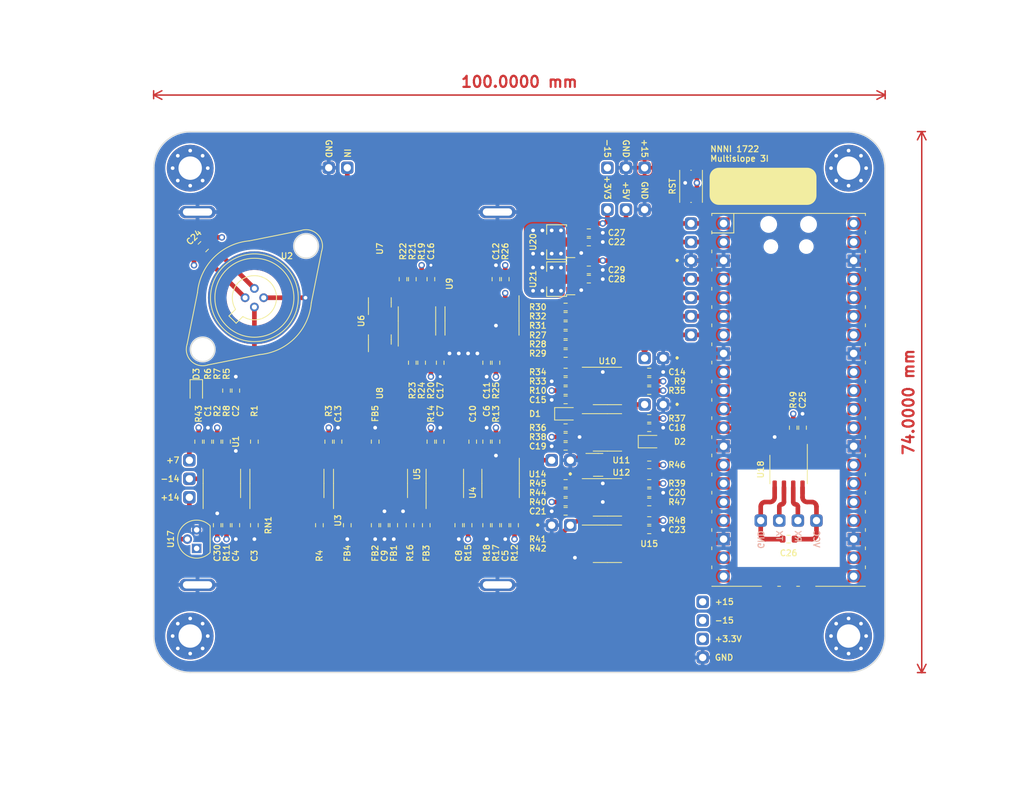
<source format=kicad_pcb>
(kicad_pcb (version 20211014) (generator pcbnew)
  (layers (0 "F.Cu" signal) (1 "In1.Cu" signal) (2 "In2.Cu" signal) (31 "B.Cu" signal) (34 "B.Paste" user) (35 "F.Paste" user) (36 "B.SilkS" user "B.Silkscreen") (37 "F.SilkS" user "F.Silkscreen") (38 "B.Mask" user) (39 "F.Mask" user) (44 "Edge.Cuts" user))
  (net 0 "")
  (net 1 "GND")
  (net 2 "Net-(C1-Pad2)")
  (net 3 "Net-(C2-Pad1)")
  (net 4 "Net-(C4-Pad1)")
  (net 5 "-15V")
  (net 6 "/-REF")
  (net 7 "/+REF")
  (net 8 "+15V")
  (net 9 "Net-(FB1-Pad1)")
  (net 10 "Net-(FB2-Pad1)")
  (net 11 "Net-(FB3-Pad2)")
  (net 12 "Net-(C3-Pad1)")
  (net 13 "Net-(C14-Pad2)")
  (net 14 "Net-(C13-Pad2)")
  (net 15 "Net-(C5-Pad2)")
  (net 16 "Net-(C6-Pad1)")
  (net 17 "Net-(C7-Pad2)")
  (net 18 "Net-(C8-Pad1)")
  (net 25 "Net-(C9-Pad1)")
  (net 26 "Net-(C10-Pad1)")
  (net 27 "/INT")
  (net 28 "Net-(R17-Pad1)")
  (net 29 "Net-(R17-Pad2)")
  (net 30 "/BOOT+")
  (net 31 "/BOOT-")
  (net 32 "Net-(R21-Pad1)")
  (net 33 "/VIN")
  (net 34 "Net-(R23-Pad1)")
  (net 38 "Net-(C11-Pad2)")
  (net 39 "Net-(C12-Pad1)")
  (net 40 "Net-(R30-Pad1)")
  (net 41 "Net-(R31-Pad1)")
  (net 42 "Net-(R32-Pad1)")
  (net 43 "Net-(J13-Pad1)")
  (net 44 "+3V3")
  (net 45 "Net-(U6-Pad3)")
  (net 46 "Net-(FB4-Pad1)")
  (net 47 "Net-(FB5-Pad1)")
  (net 48 "Net-(C15-Pad1)")
  (net 49 "Net-(R1-Pad1)")
  (net 50 "Net-(R6-Pad1)")
  (net 51 "Net-(RN1-Pad2)")
  (net 52 "Net-(RN1-Pad3)")
  (net 53 "Net-(RN1-Pad6)")
  (net 54 "Net-(RN1-Pad9)")
  (net 55 "Net-(RN1-Pad10)")
  (net 56 "Net-(RN1-Pad14)")
  (net 57 "Net-(C18-Pad2)")
  (net 58 "Net-(C19-Pad1)")
  (net 59 "Net-(D1-Pad1)")
  (net 60 "/SLOPE")
  (net 61 "Net-(R33-Pad2)")
  (net 62 "/COMP")
  (net 65 "Net-(C20-Pad2)")
  (net 66 "Net-(C21-Pad1)")
  (net 68 "Net-(C25-Pad2)")
  (net 69 "Net-(C23-Pad2)")
  (net 70 "Net-(J2-Pad1)")
  (net 71 "Net-(R45-Pad2)")
  (net 75 "/RAW")
  (net 83 "Net-(U16-Pad11)")
  (net 84 "Net-(C26-Pad1)")
  (net 95 "Net-(J2-Pad5)")
  (net 96 "Net-(J2-Pad6)")
  (net 97 "Net-(J2-Pad7)")
  (net 98 "Net-(C26-Pad2)")
  (net 99 "Net-(J12-Pad2)")
  (net 100 "Net-(J12-Pad3)")
  (net 101 "Net-(U15-Pad7)")
  (net 102 "Net-(U15-Pad1)")
  (net 103 "+5V")
  (net 104 "Net-(J2-Pad4)")
  (net 105 "Net-(R44-Pad2)")
  (net 106 "/SLOPE2")
  (net 107 "Net-(R6-Pad2)")
  (net 108 "Net-(J2-Pad2)")
  (net 111 "Net-(U16-Pad12)")
  (net 112 "Net-(SW1-Pad2)")
  (net 113 "Net-(R41-Pad2)")
  (net 114 "Net-(R42-Pad1)")
  (net 115 "Net-(R42-Pad2)")
  (net 116 "Net-(U15-Pad5)")
  (net 117 "/PWMA")
  (net 118 "/PWMB")
  (net 119 "/MEAS")
  (net 120 "Net-(U15-Pad6)")
  (footprint "Resistor_SMD:R_0603_1608Metric" (layer "F.Cu") (at 177.8 118.745 180)
    (fp_text reference "C26")
    (fp_text value "1uf")
  )
  (footprint "0603 Jumper:0603 Jumper" (layer "F.Cu") (at 99.695 98.425 90)
    (fp_text reference "R7")
    (fp_text value "3K1")
  )
  (footprint "Connector_PinHeader_2.54mm:PinHeader_1x02_P2.54mm_Vertical" (layer "F.Cu") (at 158.115 93.98 90)
    (fp_text reference "J3" hide)
    (fp_text value "COMP")
  )
  (footprint "Resistor_SMD:R_0603_1608Metric" (layer "F.Cu") (at 158.75 113.665 180)
    (fp_text reference "R47")
    (fp_text value "15K")
  )
  (footprint "Resistor_SMD:R_0603_1608Metric" (layer "F.Cu") (at 147.32 93.345)
    (fp_text reference "R29")
    (fp_text value "1K")
  )
  (footprint "Package_SO:SOIC-16_3.9x9.9mm_P1.27mm" (layer "F.Cu") (at 109.22 111.125 90)
    (fp_text reference "RN1")
    (fp_text value "10K")
  )
  (footprint "Resistor_SMD:R_0603_1608Metric" (layer "F.Cu") (at 139.065 116.84 90)
    (fp_text reference "C5")
    (fp_text value "1uf")
  )
  (footprint "MountingHole:MountingHole_3.2mm_M3_Pad_Via" (layer "F.Cu") (at 96 132)
    (fp_text reference "H2" hide)
    (fp_text value "MountingHole")
  )
  (footprint "Resistor_SMD:R_0603_1608Metric" (layer "F.Cu") (at 147.32 104.775)
    (fp_text reference "R38")
    (fp_text value "10R")
  )
  (footprint "MountingHole:MountingHole_3.2mm_M3_Pad_Via" (layer "F.Cu") (at 96 68)
    (fp_text reference "H4" hide)
    (fp_text value "MountingHole")
  )
  (footprint "Resistor_SMD:R_0603_1608Metric" (layer "F.Cu") (at 126.365 83.185 -90)
    (fp_text reference "R21")
    (fp_text value "10K")
  )
  (footprint "Resistor_SMD:R_0603_1608Metric" (layer "F.Cu") (at 147.32 114.935 180)
    (fp_text reference "C21")
    (fp_text value "1uf")
  )
  (footprint "Resistor_SMD:R_0603_1608Metric" (layer "F.Cu") (at 127.635 94.615 -90)
    (fp_text reference "R24")
    (fp_text value "10K")
  )
  (footprint "MountingHole:MountingHole_3.2mm_M3_Pad_Via" (layer "F.Cu") (at 186 68)
    (fp_text reference "H3" hide)
    (fp_text value "MountingHole")
  )
  (footprint "Resistor_SMD:R_0603_1608Metric" (layer "F.Cu") (at 98.425 105.41 -90)
    (fp_text reference "C1")
    (fp_text value "1uf")
  )
  (footprint "0603 Jumper:0603 Jumper" (layer "F.Cu") (at 147.32 118.745 180)
    (fp_text reference "R41")
    (fp_text value "0R")
  )
  (footprint "Connector_PinHeader_2.54mm:PinHeader_1x03_P2.54mm_Vertical" (layer "F.Cu") (at 153.035 73.66 90)
    (fp_text reference "J15" hide)
    (fp_text value "PWR")
  )
  (footprint "Resistor_SMD:R_0603_1608Metric" (layer "F.Cu") (at 125.095 83.185 90)
    (fp_text reference "R22")
    (fp_text value "10K")
  )
  (footprint "Resistor_SMD:R_0603_1608Metric" (layer "F.Cu") (at 147.32 95.885)
    (fp_text reference "R34")
    (fp_text value "100K")
  )
  (footprint "Resistor_SMD:R_0603_1608Metric" (layer "F.Cu") (at 113.665 116.84 -90)
    (fp_text reference "R4")
    (fp_text value "0R")
  )
  (footprint "Resistor_SMD:R_0603_1608Metric" (layer "F.Cu") (at 147.32 112.395)
    (fp_text reference "R44")
    (fp_text value "51K")
  )
  (footprint "Resistor_SMD:R_0603_1608Metric" (layer "F.Cu") (at 140.335 116.84 -90)
    (fp_text reference "R12")
    (fp_text value "10R")
  )
  (footprint "Resistor_SMD:R_0603_1608Metric" (layer "F.Cu") (at 117.475 116.84 -90)
    (fp_text reference "FB4")
    (fp_text value "FB")
  )
  (footprint "Resistor_SMD:R_0603_1608Metric" (layer "F.Cu") (at 126.0475 116.84 -90)
    (fp_text reference "R16")
    (fp_text value "100R")
  )
  (footprint "Connector_PinHeader_2.54mm:PinHeader_1x04_P2.54mm_Vertical" (layer "F.Cu") (at 181.61 116.205 -90)
    (fp_text reference "J12" hide)
    (fp_text value "UART")
  )
  (footprint "Resistor_SMD:R_0603_1608Metric" (layer "F.Cu") (at 130.175 94.615 -90)
    (fp_text reference "C17")
    (fp_text value "1uf")
  )
  (footprint "Connector_PinHeader_2.54mm:PinHeader_1x01_P2.54mm_Vertical" (layer "F.Cu") (at 97 125)
    (fp_text reference "J4" hide)
    (fp_text value "SLOT")
  )
  (footprint "Resistor_SMD:R_0603_1608Metric" (layer "F.Cu") (at 137.795 116.84 -90)
    (fp_text reference "R17")
    (fp_text value "10K")
  )
  (footprint "Resistor_SMD:R_0603_1608Metric" (layer "F.Cu") (at 99.695 105.41 90)
    (fp_text reference "R2")
    (fp_text value "10R")
  )
  (footprint "0603 Jumper:Ref Case" (layer "F.Cu") (at 104.775 85.725 45)
    (fp_text reference "N1" hide)
    (fp_text value "REF CASE")
    (fp_circle (center 10 0) (end 11.65 0) (layer "Edge.Cuts") (width 0.12) (fill none))
    (fp_circle (center -10 0) (end -8.35 0) (layer "Edge.Cuts") (width 0.12) (fill none))
  )
  (footprint "Resistor_SMD:R_0603_1608Metric" (layer "F.Cu") (at 158.75 95.885 180)
    (fp_text reference "C14")
    (fp_text value "1uf")
  )
  (footprint "Resistor_SMD:R_0603_1608Metric" (layer "F.Cu") (at 137.795 83.185 90)
    (fp_text reference "C12")
    (fp_text value "1uf")
  )
  (footprint "0603 Jumper:0603 Jumper" (layer "F.Cu") (at 128.905 94.615 -90)
    (fp_text reference "R20")
    (fp_text value "0R")
  )
  (footprint "Resistor_SMD:R_0603_1608Metric" (layer "F.Cu") (at 136.525 94.615 90)
    (fp_text reference "C11")
    (fp_text value "1uf")
  )
  (footprint "Package_SO:SOIC-16_3.9x9.9mm_P1.27mm" (layer "F.Cu") (at 120.65 111.125 90)
    (fp_text reference "U3")
    (fp_text value "CD4053B")
  )
  (footprint "Resistor_SMD:R_0603_1608Metric" (layer "F.Cu") (at 100.965 105.41 -90)
    (fp_text reference "R8")
    (fp_text value "0R")
  )
  (footprint "Connector_PinHeader_2.54mm:PinHeader_1x02_P2.54mm_Vertical" (layer "F.Cu") (at 158.115 100.33 90)
    (fp_text reference "J14" hide)
    (fp_text value "SLOPE")
  )
  (footprint "Resistor_SMD:R_0603_1608Metric" (layer "F.Cu") (at 102.235 116.84 -90)
    (fp_text reference "C4")
    (fp_text value "1uf")
  )
  (footprint "Resistor_SMD:R_0603_1608Metric" (layer "F.Cu") (at 130.175 105.41 -90)
    (fp_text reference "C7")
    (fp_text value "1uf")
  )
  (footprint "Resistor_SMD:R_0603_1608Metric" (layer "F.Cu") (at 139.065 83.185 -90)
    (fp_text reference "R26")
    (fp_text value "10R")
  )
  (footprint "Resistor_SMD:R_0603_1608Metric" (layer "F.Cu") (at 147.32 92.075)
    (fp_text reference "R28")
    (fp_text value "1K")
  )
  (footprint "Resistor_SMD:R_0603_1608Metric" (layer "F.Cu") (at 147.32 89.535)
    (fp_text reference "R31")
    (fp_text value "1K")
  )
  (footprint "Resistor_SMD:R_0603_1608Metric" (layer "F.Cu") (at 147.32 86.995)
    (fp_text reference "R30")
    (fp_text value "1K")
  )
  (footprint "Resistor_SMD:R_0603_1608Metric" (layer "F.Cu") (at 100.965 98.425 90)
    (fp_text reference "R5")
    (fp_text value "5R1")
  )
  (footprint "Diode_SMD:D_SOD-323" (layer "F.Cu") (at 158.75 105.41)
    (fp_text reference "D2")
    (fp_text value "4148")
  )
  (footprint "Resistor_SMD:R_0603_1608Metric" (layer "F.Cu") (at 121.285 116.84 -90)
    (fp_text reference "FB2")
    (fp_text value "FB")
  )
  (footprint "Package_SO:SOIC-8_3.9x4.9mm_P1.27mm" (layer "F.Cu") (at 138.43 111.125 -90)
    (fp_text reference "U4")
    (fp_text value "OPA1xx")
  )
  (footprint "Resistor_SMD:R_0603_1608Metric" (layer "F.Cu") (at 179.705 103.505 -90)
    (fp_text reference "C25")
    (fp_text value "1uf")
  )
  (footprint "Capacitor_SMD:C_0805_2012Metric" (layer "F.Cu") (at 97.79 78.74 -135)
    (fp_text reference "C24")
    (fp_text value "1uF")
  )
  (footprint "Resistor_SMD:R_0603_1608Metric" (layer "F.Cu") (at 132.715 116.84 -90)
    (fp_text reference "C8")
    (fp_text value "1uf")
  )
  (footprint "Button_Switch_SMD:SW_Push_1P1T_NO_CK_KMR2" (layer "F.Cu") (at 164.465 70.485 90)
    (fp_text reference "SW1" hide)
    (fp_text value "RST")
  )
  (footprint "Resistor_SMD:R_0603_1608Metric" (layer "F.Cu") (at 136.525 105.41 90)
    (fp_text reference "C6")
    (fp_text value "1uf")
  )
  (footprint "Resistor_SMD:R_0603_1608Metric" (layer "F.Cu") (at 158.75 112.395 180)
    (fp_text reference "C20")
    (fp_text value "1uf")
  )
  (footprint "Resistor_SMD:R_0603_1608Metric" (layer "F.Cu") (at 147.32 103.505)
    (fp_text reference "R36")
    (fp_text value "10K")
  )
  (footprint "Resistor_SMD:R_0603_1608Metric" (layer "F.Cu") (at 137.795 105.41 -90)
    (fp_text reference "R13")
    (fp_text value "10R")
  )
  (footprint "Resistor_SMD:R_0603_1608Metric" (layer "F.Cu") (at 158.75 97.155)
    (fp_text reference "R9")
    (fp_text value "10R")
  )
  (footprint "Package_TO_SOT_SMD:SOT-23" (layer "F.Cu") (at 121.92 86.36 90)
    (fp_text reference "U7")
    (fp_text value "431")
  )
  (footprint "Package_SO:SOIC-8_3.9x4.9mm_P1.27mm" (layer "F.Cu") (at 127 88.9 90)
    (fp_text reference "U6")
    (fp_text value "OPA1xx")
  )
  (footprint "Resistor_SMD:R_0603_1608Metric" (layer "F.Cu") (at 116.205 105.41 -90)
    (fp_text reference "C13")
    (fp_text value "1uf")
  )
  (footprint "Resistor_SMD:R_0603_1608Metric" (layer "F.Cu") (at 178.435 103.505 90)
    (fp_text reference "R49")
    (fp_text value "10R")
  )
  (footprint "Resistor_SMD:R_0603_1608Metric" (layer "F.Cu") (at 158.75 102.235)
    (fp_text reference "R37")
    (fp_text value "10R")
  )
  (footprint "Diode_SMD:D_SOD-323" (layer "F.Cu") (at 96.8375 98.425 -90)
    (fp_text reference "D3")
    (fp_text value "4148")
  )
  (footprint "Package_SO:SOIC-16_3.9x9.9mm_P1.27mm" (layer "F.Cu") (at 135.89 88.9 -90)
    (fp_text reference "U9")
    (fp_text value "408")
  )
  (footprint "Resistor_SMD:R_0603_1608Metric" (layer "F.Cu") (at 147.32 113.665)
    (fp_text reference "R40")
    (fp_text value "10R")
  )
  (footprint "Resistor_SMD:R_0603_1608Metric" (layer "F.Cu") (at 158.75 111.125)
    (fp_text reference "R39")
    (fp_text value "10R")
  )
  (footprint "Resistor_SMD:R_0603_1608Metric" (layer "F.Cu") (at 147.32 88.265)
    (fp_text reference "R32")
    (fp_text value "1K")
  )
  (footprint "Resistor_SMD:R_0603_1608Metric" (layer "F.Cu") (at 147.32 111.125)
    (fp_text reference "R45")
    (fp_text value "24K")
  )
  (footprint "Package_SO:SOIC-8_3.9x4.9mm_P1.27mm" (layer "F.Cu") (at 153.035 119.38)
    (fp_text reference "U15")
    (fp_text value "MCP3202")
  )
  (footprint "Connector_PinHeader_2.54mm:PinHeader_1x02_P2.54mm_Vertical" (layer "F.Cu") (at 145.415 107.95 90)
    (fp_text reference "J1" hide)
    (fp_text value "INT")
  )
  (footprint "Resistor_SMD:R_0603_1608Metric" (layer "F.Cu") (at 102.235 98.425 90)
    (fp_text reference "C2")
    (fp_text value "1uF")
  )
  (footprint "Package_TO_SOT_THT:TO-92" (layer "F.Cu") (at 96.88 120.015 90)
    (fp_text reference "U17")
    (fp_text value "LM35")
  )
  (footprint "MCU_RaspberryPi_and_Boards:RPi_Pico_SMD_TH" (layer "F.Cu") (at 177.8 99.695)
    (fp_text reference "U16" hide)
    (fp_text value "Pico")
  )
  (footprint "Resistor_SMD:R_0603_1608Metric" (layer "F.Cu") (at 136.525 116.84 90)
    (fp_text reference "R18")
    (fp_text value "1K")
  )
  (footprint "0603 Jumper:0603 Jumper" (layer "F.Cu") (at 147.32 120.015 180)
    (fp_text reference "R42")
    (fp_text value "0R")
  )
  (footprint "Resistor_SMD:R_0603_1608Metric" (layer "F.Cu") (at 150.495 78.105)
    (fp_text reference "C22")
    (fp_text value "1uf")
  )
  (footprint "Resistor_SMD:R_0603_1608Metric" (layer "F.Cu") (at 133.985 116.84 90)
    (fp_text reference "R15")
    (fp_text value "10R")
  )
  (footprint "Package_SO:SOIC-8_3.9x4.9mm_P1.27mm" (layer "F.Cu") (at 153.035 97.79)
    (fp_text reference "U10")
    (fp_text value "LM311")
  )
  (footprint "Resistor_SMD:R_0603_1608Metric" (layer "F.Cu") (at 100.965 116.84 90)
    (fp_text reference "R11")
    (fp_text value "10R")
  )
  (footprint "Package_SO:SOIC-8_3.9x4.9mm_P1.27mm" (layer "F.Cu") (at 130.81 111.125 90)
    (fp_text reference "U5")
    (fp_text value "OPA1xx")
  )
  (footprint "Resistor_SMD:R_0603_1608Metric" (layer "F.Cu") (at 128.905 83.185 -90)
    (fp_text reference "C16")
    (fp_text value "1uf")
  )
  (footprint "Resistor_SMD:R_0603_1608Metric" (layer "F.Cu") (at 147.32 98.425)
    (fp_text reference "R10")
    (fp_text value "10R")
  )
  (footprint "Connector_PinHeader_2.54mm:PinHeader_1x03_P2.54mm_Vertical" (layer "F.Cu") (at 95.885 107.95)
    (fp_text reference "J11" hide)
    (fp_text value "TEST")
  )
  (footprint "Package_SO:SOIC-8_3.9x4.9mm_P1.27mm" (layer "F.Cu") (at 100.33 111.125 90)
    (fp_text reference "U1")
    (fp_text value "OPA21xx")
  )
  (footprint "Connector_PinHeader_2.54mm:PinHeader_1x01_P2.54mm_Vertical" (layer "F.Cu") (at 138 74)
    (fp_text reference "J9" hide)
    (fp_text value "SLOT")
  )
  (footprint "Connector_PinHeader_2.54mm:PinHeader_1x07_P2.54mm_Vertical" (layer "F.Cu") (at 164.465 75.565)
    (fp_text reference "J2" hide)
    (fp_text value "TEST")
  )
  (footprint "Resistor_SMD:R_0603_1608Metric" (layer "F.Cu") (at 147.32 99.695 180)
    (fp_text reference "C15")
    (fp_text value "1uf")
  )
  (footprint "Resistor_SMD:R_0603_1608Metric" (layer "F.Cu") (at 150.495 76.835)
    (fp_text reference "C27")
    (fp_text value "1uf")
  )
  (footprint "Resistor_SMD:R_0603_1608Metric" (layer "F.Cu") (at 123.825 116.84 -90)
    (fp_text reference "FB1")
    (fp_text value "FB")
  )
  (footprint "Resistor_SMD:R_0603_1608Metric" (layer "F.Cu") (at 158.75 116.205)
    (fp_text reference "R48")
    (fp_text value "10R")
  )
  (footprint "Package_SO:SOIC-8_3.9x4.9mm_P1.27mm" (layer "F.Cu") (at 153.035 104.14)
    (fp_text reference "U11")
    (fp_text value "NE5534")
  )
  (footprint "MountingHole:MountingHole_3.2mm_M3_Pad_Via" (layer "F.Cu") (at 186 132)
    (fp_text reference "H1" hide)
    (fp_text value "MountingHole")
  )
  (footprint "Resistor_SMD:R_0603_1608Metric" (layer "F.Cu") (at 137.795 94.615 -90)
    (fp_text reference "R25")
    (fp_text value "10R")
  )
  (footprint "Connector_PinHeader_2.54mm:PinHeader_1x01_P2.54mm_Vertical" (layer "F.Cu") (at 138 125)
    (fp_text reference "J5" hide)
    (fp_text value "SLOT")
  )
  (footprint "Resistor_SMD:R_0603_1608Metric" (layer "F.Cu") (at 128.27 116.84 90)
    (fp_text reference "FB3")
    (fp_text value "FB")
  )
  (footprint "Package_SO:SOIC-8_3.9x4.9mm_P1.27mm" (layer "F.Cu") (at 177.8 109.22 -90)
    (fp_text reference "U18")
    (fp_text value "ADuM121N")
  )
  (footprint "Resistor_SMD:R_0603_1608Metric" (layer "F.Cu") (at 104.775 105.41 90)
    (fp_text reference "R1")
    (fp_text value "0R")
  )
  (footprint "Resistor_SMD:R_0603_1608Metric" (layer "F.Cu") (at 147.32 90.805)
    (fp_text reference "R27")
    (fp_text value "1K")
  )
  (footprint "Resistor_SMD:R_0603_1608Metric" (layer "F.Cu") (at 158.75 98.425)
    (fp_text reference "R35")
    (fp_text value "1K")
  )
  (footprint "Resistor_SMD:R_0603_1608Metric" (layer "F.Cu") (at 99.695 116.84 -90)
    (fp_text reference "C30")
    (fp_text value "1uf")
  )
  (footprint "Resistor_SMD:R_0603_1608Metric" (layer "F.Cu") (at 121.285 105.41 90)
    (fp_text reference "FB5")
    (fp_text value "FB")
  )
  (footprint "Resistor_SMD:R_0603_1608Metric" (layer "F.Cu") (at 128.905 105.41 90)
    (fp_text reference "R14")
    (fp_text value "10R")
  )
  (footprint "Resistor_SMD:R_0603_1608Metric" (layer "F.Cu") (at 134.62 105.41 90)
    (fp_text reference "C10")
    (fp_text value "1nF")
  )
  (footprint "Resistor_SMD:R_0603_1608Metric" (layer "F.Cu") (at 147.32 97.155)
    (fp_text reference "R33")
    (fp_text value "1K")
  )
  (footprint "Resistor_SMD:R_0603_1608Metric" (layer "F.Cu") (at 126.365 94.615 90)
    (fp_text reference "R23")
    (fp_text value "10K")
  )
  (footprint "Connector_PinHeader_2.54mm:PinHeader_1x04_P2.54mm_Vertical" (layer "F.Cu") (at 166.0525 127.3175)
    (fp_text reference "J10" hide)
    (fp_text value "PWR")
  )
  (footprint "Connector_PinHeader_2.54mm:PinHeader_1x03_P2.54mm_Vertical" (layer "F.Cu") (at 158.115 67.945 -90)
    (fp_text reference "J8" hide)
    (fp_text value "PWR")
  )
  (footprint "Package_TO_SOT_SMD:SOT-23" (layer "F.Cu") (at 121.92 91.44 90)
    (fp_text reference "U8")
    (fp_text value "431")
  )
  (footprint "Package_SO:SOIC-8_3.9x4.9mm_P1.27mm" (layer "F.Cu") (at 153.035 113.03)
    (fp_text reference "U12")
    (fp_text value "OPA197")
  )
  (footprint "Resistor_SMD:R_0603_1608Metric" (layer "F.Cu") (at 114.935 105.41 90)
    (fp_text reference "R3")
    (fp_text value "10R")
  )
  (footprint "Diode_SMD:D_SOD-323" (layer "F.Cu") (at 147.32 101.6)
    (fp_text reference "D1")
    (fp_text value "4148")
  )
  (footprint "Package_TO_SOT_SMD:SOT-89-3" (layer "F.Cu") (at 146.3925 83.185 180)
    (fp_text reference "U21")
    (fp_text value "HT7550")
  )
  (footprint "Package_TO_SOT_SMD:SOT-23" (layer "F.Cu") (at 151.765 108.585)
    (fp_text reference "U14")
    (fp_text value "431")
  )
  (footprint "0603 Jumper:0603 Jumper" (layer "F.Cu") (at 98.425 98.425 -90)
    (fp_text reference "R6")
    (fp_text value "3K1")
  )
  (footprint "Resistor_SMD:R_0603_1608Metric" (layer "F.Cu") (at 97.155 105.41 90)
    (fp_text reference "R43")
    (fp_text value "100K")
  )
  (footprint "Resistor_SMD:R_0603_1608Metric" (layer "F.Cu") (at 122.555 116.84 -90)
    (fp_text reference "C9")
    (fp_text value "100pF")
  )
  (footprint "Resistor_SMD:R_0603_1608Metric" (layer "F.Cu") (at 150.495 83.185)
    (fp_text reference "C28")
    (fp_text value "1uf")
  )
  (footprint "Connector_PinHeader_2.54mm:PinHeader_1x01_P2.54mm_Vertical" (layer "F.Cu") (at 97 74)
    (fp_text reference "J6" hide)
    (fp_text value "SLOT")
  )
  (footprint "Connector_PinHeader_2.54mm:PinHeader_1x02_P2.54mm_Vertical" (layer "F.Cu") (at 147.955 116.84 -90)
    (fp_text reference "J7" hide)
    (fp_text value "SLOPE2")
  )
  (footprint "Resistor_SMD:R_0603_1608Metric" (layer "F.Cu") (at 158.75 108.585)
    (fp_text reference "R46")
    (fp_text value "5K6")
  )
  (footprint "Connector_PinHeader_2.54mm:PinHeader_1x02_P2.54mm_Vertical" (layer "F.Cu") (at 117.475 67.945 -90)
    (fp_text reference "J13" hide)
    (fp_text value "INPUT")
  )
  (footprint "Package_TO_SOT_SMD:SOT-89-3" (layer "F.Cu") (at 146.3925 78.105 180)
    (fp_text reference "U20")
    (fp_text value "HT7533")
  )
  (footprint "Resistor_SMD:R_0603_1608Metric" (layer "F.Cu") (at 147.32 106.045 180)
    (fp_text reference "C19")
    (fp_text value "1uf")
  )
  (footprint "Resistor_SMD:R_0603_1608Metric" (layer "F.Cu") (at 158.75 117.475 180)
    (fp_text reference "C23")
    (fp_text value "1uf")
  )
  (footprint "0603 Jumper:0603 Jumper" (layer "F.Cu") (at 127.635 83.185 -90)
    (fp_text reference "R19")
    (fp_text value "0R")
  )
  (footprint "Resistor_SMD:R_0603_1608Metric" (layer "F.Cu") (at 158.75 103.505 180)
    (fp_text reference "C18")
    (fp_text value "1uf")
  )
  (footprint "Package_TO_SOT_THT:Analog_TO-46-4_ThermalShield" (layer "F.Cu") (at 104.775 86.995 90)
    (fp_text reference "U2")
    (fp_text value "LM399")
  )
  (footprint "Resistor_SMD:R_0603_1608Metric" (layer "F.Cu") (at 104.775 116.84 -90)
    (fp_text reference "C3")
    (fp_text value "100nF")
  )
  (footprint "Resistor_SMD:R_0603_1608Metric" (layer "F.Cu") (at 150.495 81.915)
    (fp_text reference "C29")
    (fp_text value "1uf")
  )
  (gr_rect (start 154.94 133.35) (end 155.575 133.985) (layer "F.Cu") (width 0.2) (fill solid))
  (gr_rect (start 120.65 130.81) (end 121.285 131.445) (layer "F.Cu") (width 0.2) (fill solid))
  (gr_rect (start 148.59 133.35) (end 149.225 133.985) (layer "F.Cu") (width 0.2) (fill solid))
  (gr_rect (start 154.94 129.54) (end 155.575 130.175) (layer "F.Cu") (width 0.2) (fill solid))
  (gr_rect (start 102.87 134.62) (end 103.505 135.255) (layer "F.Cu") (width 0.2) (fill solid))
  (gr_rect (start 161.29 133.35) (end 161.925 133.985) (layer "F.Cu") (width 0.2) (fill solid))
  (gr_rect (start 118.11 127) (end 118.745 127.635) (layer "F.Cu") (width 0.2) (fill solid))
  (gr_rect (start 157.48 127) (end 158.115 127.635) (layer "F.Cu") (width 0.2) (fill solid))
  (gr_rect (start 143.51 129.54) (end 144.145 130.175) (layer "F.Cu") (width 0.2) (fill solid))
  (gr_rect (start 128.27 127) (end 128.905 127.635) (layer "F.Cu") (width 0.2) (fill solid))
  (gr_rect (start 107.95 130.81) (end 108.585 131.445) (layer "F.Cu") (width 0.2) (fill solid))
  (gr_rect (start 137.16 128.27) (end 137.795 128.905) (layer "F.Cu") (width 0.2) (fill solid))
  (gr_rect (start 109.22 127) (end 109.855 127.635) (layer "F.Cu") (width 0.2) (fill solid))
  (gr_rect (start 149.86 127) (end 150.495 127.635) (layer "F.Cu") (width 0.2) (fill solid))
  (gr_rect (start 146.05 132.08) (end 146.685 132.715) (layer "F.Cu") (width 0.2) (fill solid))
  (gr_rect (start 118.11 129.54) (end 118.745 130.175) (layer "F.Cu") (width 0.2) (fill solid))
  (gr_rect (start 101.6 128.27) (end 102.235 128.905) (layer "F.Cu") (width 0.2) (fill solid))
  (gr_rect (start 163.83 129.54) (end 164.465 130.175) (layer "F.Cu") (width 0.2) (fill solid))
  (gr_rect (start 151.13 132.08) (end 151.765 132.715) (layer "F.Cu") (width 0.2) (fill solid))
  (gr_rect (start 135.89 128.27) (end 136.525 128.905) (layer "F.Cu") (width 0.2) (fill solid))
  (gr_rect (start 104.14 133.35) (end 104.775 133.985) (layer "F.Cu") (width 0.2) (fill solid))
  (gr_rect (start 143.51 132.08) (end 144.145 132.715) (layer "F.Cu") (width 0.2) (fill solid))
  (gr_rect (start 162.56 127) (end 163.195 127.635) (layer "F.Cu") (width 0.2) (fill solid))
  (gr_rect (start 133.35 132.08) (end 133.985 132.715) (layer "F.Cu") (width 0.2) (fill solid))
  (gr_rect (start 110.49 128.27) (end 111.125 128.905) (layer "F.Cu") (width 0.2) (fill solid))
  (gr_rect (start 107.95 129.54) (end 108.585 130.175) (layer "F.Cu") (width 0.2) (fill solid))
  (gr_rect (start 152.4 128.27) (end 153.035 128.905) (layer "F.Cu") (width 0.2) (fill solid))
  (gr_rect (start 163.83 132.08) (end 164.465 132.715) (layer "F.Cu") (width 0.2) (fill solid))
  (gr_rect (start 127 130.81) (end 127.635 131.445) (layer "F.Cu") (width 0.2) (fill solid))
  (gr_rect (start 158.75 130.81) (end 159.385 131.445) (layer "F.Cu") (width 0.2) (fill solid))
  (gr_rect (start 102.87 129.54) (end 103.505 130.175) (layer "F.Cu") (width 0.2) (fill solid))
  (gr_rect (start 152.4 130.81) (end 153.035 131.445) (layer "F.Cu") (width 0.2) (fill solid))
  (gr_rect (start 146.05 130.81) (end 146.685 131.445) (layer "F.Cu") (width 0.2) (fill solid))
  (gr_rect (start 123.19 132.08) (end 123.825 132.715) (layer "F.Cu") (width 0.2) (fill solid))
  (gr_rect (start 156.21 129.54) (end 156.845 130.175) (layer "F.Cu") (width 0.2) (fill solid))
  (gr_rect (start 132.08 129.54) (end 132.715 130.175) (layer "F.Cu") (width 0.2) (fill solid))
  (gr_rect (start 137.16 130.81) (end 137.795 131.445) (layer "F.Cu") (width 0.2) (fill solid))
  (gr_rect (start 125.73 132.08) (end 126.365 132.715) (layer "F.Cu") (width 0.2) (fill solid))
  (gr_rect (start 106.68 129.54) (end 107.315 130.175) (layer "F.Cu") (width 0.2) (fill solid))
  (gr_rect (start 153.67 134.62) (end 154.305 135.255) (layer "F.Cu") (width 0.2) (fill solid))
  (gr_rect (start 124.46 128.27) (end 125.095 128.905) (layer "F.Cu") (width 0.2) (fill solid))
  (gr_rect (start 110.49 130.81) (end 111.125 131.445) (layer "F.Cu") (width 0.2) (fill solid))
  (gr_rect (start 128.27 134.62) (end 128.905 135.255) (layer "F.Cu") (width 0.2) (fill solid))
  (gr_rect (start 102.87 127) (end 103.505 127.635) (layer "F.Cu") (width 0.2) (fill solid))
  (gr_rect (start 133.35 133.35) (end 133.985 133.985) (layer "F.Cu") (width 0.2) (fill solid))
  (gr_rect (start 130.81 133.35) (end 131.445 133.985) (layer "F.Cu") (width 0.2) (fill solid))
  (gr_rect (start 104.14 134.62) (end 104.775 135.255) (layer "F.Cu") (width 0.2) (fill solid))
  (gr_rect (start 123.19 128.27) (end 123.825 128.905) (layer "F.Cu") (width 0.2) (fill solid))
  (gr_rect (start 107.95 133.35) (end 108.585 133.985) (layer "F.Cu") (width 0.2) (fill solid))
  (gr_rect (start 104.14 129.54) (end 104.775 130.175) (layer "F.Cu") (width 0.2) (fill solid))
  (gr_rect (start 124.46 130.81) (end 125.095 131.445) (layer "F.Cu") (width 0.2) (fill solid))
  (gr_rect (start 119.38 132.08) (end 120.015 132.715) (layer "F.Cu") (width 0.2) (fill solid))
  (gr_rect (start 151.13 134.62) (end 151.765 135.255) (layer "F.Cu") (width 0.2) (fill solid))
  (gr_rect (start 125.73 129.54) (end 126.365 130.175) (layer "F.Cu") (width 0.2) (fill solid))
  (gr_rect (start 128.27 132.08) (end 128.905 132.715) (layer "F.Cu") (width 0.2) (fill solid))
  (gr_rect (start 142.24 130.81) (end 142.875 131.445) (layer "F.Cu") (width 0.2) (fill solid))
  (gr_rect (start 107.95 134.62) (end 108.585 135.255) (layer "F.Cu") (width 0.2) (fill solid))
  (gr_rect (start 148.59 130.81) (end 149.225 131.445) (layer "F.Cu") (width 0.2) (fill solid))
  (gr_rect (start 138.43 128.27) (end 139.065 128.905) (layer "F.Cu") (width 0.2) (fill solid))
  (gr_rect (start 142.24 127) (end 142.875 127.635) (layer "F.Cu") (width 0.2) (fill solid))
  (gr_rect (start 153.67 132.08) (end 154.305 132.715) (layer "F.Cu") (width 0.2) (fill solid))
  (gr_rect (start 102.87 133.35) (end 103.505 133.985) (layer "F.Cu") (width 0.2) (fill solid))
  (gr_rect (start 137.16 127) (end 137.795 127.635) (layer "F.Cu") (width 0.2) (fill solid))
  (gr_rect (start 110.49 129.54) (end 111.125 130.175) (layer "F.Cu") (width 0.2) (fill solid))
  (gr_rect (start 137.16 134.62) (end 137.795 135.255) (layer "F.Cu") (width 0.2) (fill solid))
  (gr_rect (start 123.19 127) (end 123.825 127.635) (layer "F.Cu") (width 0.2) (fill solid))
  (gr_rect (start 104.14 130.81) (end 104.775 131.445) (layer "F.Cu") (width 0.2) (fill solid))
  (gr_rect (start 148.59 129.54) (end 149.225 130.175) (layer "F.Cu") (width 0.2) (fill solid))
  (gr_rect (start 156.21 128.27) (end 156.845 128.905) (layer "F.Cu") (width 0.2) (fill solid))
  (gr_rect (start 129.54 133.35) (end 130.175 133.985) (layer "F.Cu") (width 0.2) (fill solid))
  (gr_rect (start 115.57 134.62) (end 116.205 135.255) (layer "F.Cu") (width 0.2) (fill solid))
  (gr_rect (start 139.7 127) (end 140.335 127.635) (layer "F.Cu") (width 0.2) (fill solid))
  (gr_rect (start 156.21 134.62) (end 156.845 135.255) (layer "F.Cu") (width 0.2) (fill solid))
  (gr_rect (start 142.24 128.27) (end 142.875 128.905) (layer "F.Cu") (width 0.2) (fill solid))
  (gr_rect (start 148.59 134.62) (end 149.225 135.255) (layer "F.Cu") (width 0.2) (fill solid))
  (gr_rect (start 110.49 127) (end 111.125 127.635) (layer "F.Cu") (width 0.2) (fill solid))
  (gr_rect (start 153.67 128.27) (end 154.305 128.905) (layer "F.Cu") (width 0.2) (fill solid))
  (gr_rect (start 154.94 128.27) (end 155.575 128.905) (layer "F.Cu") (width 0.2) (fill solid))
  (gr_rect (start 160.02 132.08) (end 160.655 132.715) (layer "F.Cu") (width 0.2) (fill solid))
  (gr_rect (start 132.08 132.08) (end 132.715 132.715) (layer "F.Cu") (width 0.2) (fill solid))
  (gr_rect (start 128.27 133.35) (end 128.905 133.985) (layer "F.Cu") (width 0.2) (fill solid))
  (gr_rect (start 161.29 129.54) (end 161.925 130.175) (layer "F.Cu") (width 0.2) (fill solid))
  (gr_rect (start 157.48 130.81) (end 158.115 131.445) (layer "F.Cu") (width 0.2) (fill solid))
  (gr_rect (start 130.81 128.27) (end 131.445 128.905) (layer "F.Cu") (width 0.2) (fill solid))
  (gr_rect (start 149.86 132.08) (end 150.495 132.715) (layer "F.Cu") (width 0.2) (fill solid))
  (gr_rect (start 102.87 130.81) (end 103.505 131.445) (layer "F.Cu") (width 0.2) (fill solid))
  (gr_rect (start 127 133.35) (end 127.635 133.985) (layer "F.Cu") (width 0.2) (fill solid))
  (gr_rect (start 114.3 127) (end 114.935 127.635) (layer "F.Cu") (width 0.2) (fill solid))
  (gr_rect (start 105.41 129.54) (end 106.045 130.175) (layer "F.Cu") (width 0.2) (fill solid))
  (gr_rect (start 133.35 134.62) (end 133.985 135.255) (layer "F.Cu") (width 0.2) (fill solid))
  (gr_rect (start 104.14 128.27) (end 104.775 128.905) (layer "F.Cu") (width 0.2) (fill solid))
  (gr_rect (start 121.92 128.27) (end 122.555 128.905) (layer "F.Cu") (width 0.2) (fill solid))
  (gr_rect (start 151.13 128.27) (end 151.765 128.905) (layer "F.Cu") (width 0.2) (fill solid))
  (gr_rect (start 120.65 132.08) (end 121.285 132.715) (layer "F.Cu") (width 0.2) (fill solid))
  (gr_rect (start 115.57 130.81) (end 116.205 131.445) (layer "F.Cu") (width 0.2) (fill solid))
  (gr_rect (start 115.57 128.27) (end 116.205 128.905) (layer "F.Cu") (width 0.2) (fill solid))
  (gr_rect (start 109.22 128.27) (end 109.855 128.905) (layer "F.Cu") (width 0.2) (fill solid))
  (gr_rect (start 134.62 129.54) (end 135.255 130.175) (layer "F.Cu") (width 0.2) (fill solid))
  (gr_rect (start 161.29 132.08) (end 161.925 132.715) (layer "F.Cu") (width 0.2) (fill solid))
  (gr_rect (start 158.75 132.08) (end 159.385 132.715) (layer "F.Cu") (width 0.2) (fill solid))
  (gr_rect (start 151.13 129.54) (end 151.765 130.175) (layer "F.Cu") (width 0.2) (fill solid))
  (gr_rect (start 144.78 127) (end 145.415 127.635) (layer "F.Cu") (width 0.2) (fill solid))
  (gr_rect (start 106.68 132.08) (end 107.315 132.715) (layer "F.Cu") (width 0.2) (fill solid))
  (gr_rect (start 135.89 129.54) (end 136.525 130.175) (layer "F.Cu") (width 0.2) (fill solid))
  (gr_rect (start 146.05 134.62) (end 146.685 135.255) (layer "F.Cu") (width 0.2) (fill solid))
  (gr_rect (start 116.84 128.27) (end 117.475 128.905) (layer "F.Cu") (width 0.2) (fill solid))
  (gr_rect (start 162.56 129.54) (end 163.195 130.175) (layer "F.Cu") (width 0.2) (fill solid))
  (gr_rect (start 106.68 130.81) (end 107.315 131.445) (layer "F.Cu") (width 0.2) (fill solid))
  (gr_rect (start 121.92 134.62) (end 122.555 135.255) (layer "F.Cu") (width 0.2) (fill solid))
  (gr_rect (start 163.83 130.81) (end 164.465 131.445) (layer "F.Cu") (width 0.2) (fill solid))
  (gr_rect (start 140.97 129.54) (end 141.605 130.175) (layer "F.Cu") (width 0.2) (fill solid))
  (gr_rect (start 106.68 127) (end 107.315 127.635) (layer "F.Cu") (width 0.2) (fill solid))
  (gr_rect (start 138.43 132.08) (end 139.065 132.715) (layer "F.Cu") (width 0.2) (fill solid))
  (gr_rect (start 129.54 130.81) (end 130.175 131.445) (layer "F.Cu") (width 0.2) (fill solid))
  (gr_rect (start 116.84 129.54) (end 117.475 130.175) (layer "F.Cu") (width 0.2) (fill solid))
  (gr_rect (start 113.03 129.54) (end 113.665 130.175) (layer "F.Cu") (width 0.2) (fill solid))
  (gr_rect (start 138.43 129.54) (end 139.065 130.175) (layer "F.Cu") (width 0.2) (fill solid))
  (gr_rect (start 130.81 127) (end 131.445 127.635) (layer "F.Cu") (width 0.2) (fill solid))
  (gr_rect (start 128.27 130.81) (end 128.905 131.445) (layer "F.Cu") (width 0.2) (fill solid))
  (gr_rect (start 160.02 128.27) (end 160.655 128.905) (layer "F.Cu") (width 0.2) (fill solid))
  (gr_rect (start 125.73 133.35) (end 126.365 133.985) (layer "F.Cu") (width 0.2) (fill solid))
  (gr_rect (start 120.65 127) (end 121.285 127.635) (layer "F.Cu") (width 0.2) (fill solid))
  (gr_rect (start 111.76 129.54) (end 112.395 130.175) (layer "F.Cu") (width 0.2) (fill solid))
  (gr_rect (start 163.83 127) (end 164.465 127.635) (layer "F.Cu") (width 0.2) (fill solid))
  (gr_rect (start 125.73 127) (end 126.365 127.635) (layer "F.Cu") (width 0.2) (fill solid))
  (gr_rect (start 163.83 133.35) (end 164.465 133.985) (layer "F.Cu") (width 0.2) (fill solid))
  (gr_rect (start 114.3 132.08) (end 114.935 132.715) (layer "F.Cu") (width 0.2) (fill solid))
  (gr_rect (start 134.62 134.62) (end 135.255 135.255) (layer "F.Cu") (width 0.2) (fill solid))
  (gr_rect (start 134.62 128.27) (end 135.255 128.905) (layer "F.Cu") (width 0.2) (fill solid))
  (gr_rect (start 101.6 132.08) (end 102.235 132.715) (layer "F.Cu") (width 0.2) (fill solid))
  (gr_rect (start 107.95 128.27) (end 108.585 128.905) (layer "F.Cu") (width 0.2) (fill solid))
  (gr_rect (start 105.41 132.08) (end 106.045 132.715) (layer "F.Cu") (width 0.2) (fill solid))
  (gr_rect (start 149.86 134.62) (end 150.495 135.255) (layer "F.Cu") (width 0.2) (fill solid))
  (gr_rect (start 143.51 133.35) (end 144.145 133.985) (layer "F.Cu") (width 0.2) (fill solid))
  (gr_rect (start 144.78 128.27) (end 145.415 128.905) (layer "F.Cu") (width 0.2) (fill solid))
  (gr_rect (start 140.97 127) (end 141.605 127.635) (layer "F.Cu") (width 0.2) (fill solid))
  (gr_rect (start 118.11 130.81) (end 118.745 131.445) (layer "F.Cu") (width 0.2) (fill solid))
  (gr_rect (start 151.13 133.35) (end 151.765 133.985) (layer "F.Cu") (width 0.2) (fill solid))
  (gr_rect (start 114.3 133.35) (end 114.935 133.985) (layer "F.Cu") (width 0.2) (fill solid))
  (gr_rect (start 113.03 130.81) (end 113.665 131.445) (layer "F.Cu") (width 0.2) (fill solid))
  (gr_rect (start 140.97 134.62) (end 141.605 135.255) (layer "F.Cu") (width 0.2) (fill solid))
  (gr_rect (start 162.56 130.81) (end 163.195 131.445) (layer "F.Cu") (width 0.2) (fill solid))
  (gr_rect (start 114.3 130.81) (end 114.935 131.445) (layer "F.Cu") (width 0.2) (fill solid))
  (gr_rect (start 139.7 129.54) (end 140.335 130.175) (layer "F.Cu") (width 0.2) (fill solid))
  (gr_rect (start 132.08 130.81) (end 132.715 131.445) (layer "F.Cu") (width 0.2) (fill solid))
  (gr_rect (start 139.7 134.62) (end 140.335 135.255) (layer "F.Cu") (width 0.2) (fill solid))
  (gr_rect (start 140.97 133.35) (end 141.605 133.985) (layer "F.Cu") (width 0.2) (fill solid))
  (gr_rect (start 154.94 134.62) (end 155.575 135.255) (layer "F.Cu") (width 0.2) (fill solid))
  (gr_rect (start 101.6 127) (end 102.235 127.635) (layer "F.Cu") (width 0.2) (fill solid))
  (gr_rect (start 101.6 129.54) (end 102.235 130.175) (layer "F.Cu") (width 0.2) (fill solid))
  (gr_rect (start 123.19 134.62) (end 123.825 135.255) (layer "F.Cu") (width 0.2) (fill solid))
  (gr_rect (start 104.14 127) (end 104.775 127.635) (layer "F.Cu") (width 0.2) (fill solid))
  (gr_rect (start 135.89 130.81) (end 136.525 131.445) (layer "F.Cu") (width 0.2) (fill solid))
  (gr_rect (start 147.32 134.62) (end 147.955 135.255) (layer "F.Cu") (width 0.2) (fill solid))
  (gr_rect (start 162.56 132.08) (end 163.195 132.715) (layer "F.Cu") (width 0.2) (fill solid))
  (gr_rect (start 116.84 133.35) (end 117.475 133.985) (layer "F.Cu") (width 0.2) (fill solid))
  (gr_rect (start 119.38 134.62) (end 120.015 135.255) (layer "F.Cu") (width 0.2) (fill solid))
  (gr_rect (start 121.92 130.81) (end 122.555 131.445) (layer "F.Cu") (width 0.2) (fill solid))
  (gr_rect (start 129.54 132.08) (end 130.175 132.715) (layer "F.Cu") (width 0.2) (fill solid))
  (gr_rect (start 124.46 133.35) (end 125.095 133.985) (layer "F.Cu") (width 0.2) (fill solid))
  (gr_rect (start 134.62 133.35) (end 135.255 133.985) (layer "F.Cu") (width 0.2) (fill solid))
  (gr_rect (start 144.78 129.54) (end 145.415 130.175) (layer "F.Cu") (width 0.2) (fill solid))
  (gr_rect (start 154.94 127) (end 155.575 127.635) (layer "F.Cu") (width 0.2) (fill solid))
  (gr_rect (start 116.84 132.08) (end 117.475 132.715) (layer "F.Cu") (width 0.2) (fill solid))
  (gr_rect (start 148.59 132.08) (end 149.225 132.715) (layer "F.Cu") (width 0.2) (fill solid))
  (gr_rect (start 162.56 133.35) (end 163.195 133.985) (layer "F.Cu") (width 0.2) (fill solid))
  (gr_rect (start 101.6 130.81) (end 102.235 131.445) (layer "F.Cu") (width 0.2) (fill solid))
  (gr_rect (start 162.56 128.27) (end 163.195 128.905) (layer "F.Cu") (width 0.2) (fill solid))
  (gr_rect (start 115.57 127) (end 116.205 127.635) (layer "F.Cu") (width 0.2) (fill solid))
  (gr_rect (start 147.32 133.35) (end 147.955 133.985) (layer "F.Cu") (width 0.2) (fill solid))
  (gr_rect (start 157.48 133.35) (end 158.115 133.985) (layer "F.Cu") (width 0.2) (fill solid))
  (gr_rect (start 101.6 133.35) (end 102.235 133.985) (layer "F.Cu") (width 0.2) (fill solid))
  (gr_rect (start 152.4 132.08) (end 153.035 132.715) (layer "F.Cu") (width 0.2) (fill solid))
  (gr_rect (start 110.49 134.62) (end 111.125 135.255) (layer "F.Cu") (width 0.2) (fill solid))
  (gr_rect (start 125.73 128.27) (end 126.365 128.905) (layer "F.Cu") (width 0.2) (fill solid))
  (gr_rect (start 123.19 129.54) (end 123.825 130.175) (layer "F.Cu") (width 0.2) (fill solid))
  (gr_rect (start 102.87 128.27) (end 103.505 128.905) (layer "F.Cu") (width 0.2) (fill solid))
  (gr_rect (start 160.02 127) (end 160.655 127.635) (layer "F.Cu") (width 0.2) (fill solid))
  (gr_rect (start 163.83 134.62) (end 164.465 135.255) (layer "F.Cu") (width 0.2) (fill solid))
  (gr_rect (start 149.86 133.35) (end 150.495 133.985) (layer "F.Cu") (width 0.2) (fill solid))
  (gr_rect (start 140.97 132.08) (end 141.605 132.715) (layer "F.Cu") (width 0.2) (fill solid))
  (gr_rect (start 148.59 128.27) (end 149.225 128.905) (layer "F.Cu") (width 0.2) (fill solid))
  (gr_rect (start 148.59 127) (end 149.225 127.635) (layer "F.Cu") (width 0.2) (fill solid))
  (gr_rect (start 154.94 132.08) (end 155.575 132.715) (layer "F.Cu") (width 0.2) (fill solid))
  (gr_rect (start 161.29 130.81) (end 161.925 131.445) (layer "F.Cu") (width 0.2) (fill solid))
  (gr_rect (start 127 134.62) (end 127.635 135.255) (layer "F.Cu") (width 0.2) (fill solid))
  (gr_rect (start 158.75 128.27) (end 159.385 128.905) (layer "F.Cu") (width 0.2) (fill solid))
  (gr_rect (start 124.46 129.54) (end 125.095 130.175) (layer "F.Cu") (width 0.2) (fill solid))
  (gr_rect (start 116.84 127) (end 117.475 127.635) (layer "F.Cu") (width 0.2) (fill solid))
  (gr_rect (start 121.92 127) (end 122.555 127.635) (layer "F.Cu") (width 0.2) (fill solid))
  (gr_rect (start 142.24 132.08) (end 142.875 132.715) (layer "F.Cu") (width 0.2) (fill solid))
  (gr_rect (start 125.73 134.62) (end 126.365 135.255) (layer "F.Cu") (width 0.2) (fill solid))
  (gr_rect (start 129.54 127) (end 130.175 127.635) (layer "F.Cu") (width 0.2) (fill solid))
  (gr_rect (start 135.89 132.08) (end 136.525 132.715) (layer "F.Cu") (width 0.2) (fill solid))
  (gr_rect (start 128.27 128.27) (end 128.905 128.905) (layer "F.Cu") (width 0.2) (fill solid))
  (gr_rect (start 120.65 134.62) (end 121.285 135.255) (layer "F.Cu") (width 0.2) (fill solid))
  (gr_rect (start 105.41 133.35) (end 106.045 133.985) (layer "F.Cu") (width 0.2) (fill solid))
  (gr_rect (start 152.4 134.62) (end 153.035 135.255) (layer "F.Cu") (width 0.2) (fill solid))
  (gr_rect (start 118.11 133.35) (end 118.745 133.985) (layer "F.Cu") (width 0.2) (fill solid))
  (gr_rect (start 130.81 132.08) (end 131.445 132.715) (layer "F.Cu") (width 0.2) (fill solid))
  (gr_rect (start 153.67 133.35) (end 154.305 133.985) (layer "F.Cu") (width 0.2) (fill solid))
  (gr_rect (start 143.51 134.62) (end 144.145 135.255) (layer "F.Cu") (width 0.2) (fill solid))
  (gr_rect (start 138.43 127) (end 139.065 127.635) (layer "F.Cu") (width 0.2) (fill solid))
  (gr_rect (start 120.65 128.27) (end 121.285 128.905) (layer "F.Cu") (width 0.2) (fill solid))
  (gr_rect (start 134.62 132.08) (end 135.255 132.715) (layer "F.Cu") (width 0.2) (fill solid))
  (gr_rect (start 107.95 127) (end 108.585 127.635) (layer "F.Cu") (width 0.2) (fill solid))
  (gr_rect (start 121.92 132.08) (end 122.555 132.715) (layer "F.Cu") (width 0.2) (fill solid))
  (gr_rect (start 157.48 129.54) (end 158.115 130.175) (layer "F.Cu") (width 0.2) (fill solid))
  (gr_rect (start 160.02 129.54) (end 160.655 130.175) (layer "F.Cu") (width 0.2) (fill solid))
  (gr_rect (start 106.68 133.35) (end 107.315 133.985) (layer "F.Cu") (width 0.2) (fill solid))
  (gr_rect (start 149.86 129.54) (end 150.495 130.175) (layer "F.Cu") (width 0.2) (fill solid))
  (gr_rect (start 152.4 127) (end 153.035 127.635) (layer "F.Cu") (width 0.2) (fill solid))
  (gr_rect (start 115.57 133.35) (end 116.205 133.985) (layer "F.Cu") (width 0.2) (fill solid))
  (gr_rect (start 156.21 127) (end 156.845 127.635) (layer "F.Cu") (width 0.2) (fill solid))
  (gr_rect (start 115.57 129.54) (end 116.205 130.175) (layer "F.Cu") (width 0.2) (fill solid))
  (gr_rect (start 139.7 130.81) (end 140.335 131.445) (layer "F.Cu") (width 0.2) (fill solid))
  (gr_rect (start 153.67 129.54) (end 154.305 130.175) (layer "F.Cu") (width 0.2) (fill solid))
  (gr_rect (start 144.78 133.35) (end 145.415 133.985) (layer "F.Cu") (width 0.2) (fill solid))
  (gr_rect (start 124.46 132.08) (end 125.095 132.715) (layer "F.Cu") (width 0.2) (fill solid))
  (gr_rect (start 106.68 128.27) (end 107.315 128.905) (layer "F.Cu") (width 0.2) (fill solid))
  (gr_rect (start 149.86 130.81) (end 150.495 131.445) (layer "F.Cu") (width 0.2) (fill solid))
  (gr_rect (start 129.54 128.27) (end 130.175 128.905) (layer "F.Cu") (width 0.2) (fill solid))
  (gr_rect (start 123.19 130.81) (end 123.825 131.445) (layer "F.Cu") (width 0.2) (fill solid))
  (gr_rect (start 152.4 129.54) (end 153.035 130.175) (layer "F.Cu") (width 0.2) (fill solid))
  (gr_rect (start 142.24 129.54) (end 142.875 130.175) (layer "F.Cu") (width 0.2) (fill solid))
  (gr_rect (start 153.67 130.81) (end 154.305 131.445) (layer "F.Cu") (width 0.2) (fill solid))
  (gr_rect (start 162.56 134.62) (end 163.195 135.255) (layer "F.Cu") (width 0.2) (fill solid))
  (gr_rect (start 114.3 128.27) (end 114.935 128.905) (layer "F.Cu") (width 0.2) (fill solid))
  (gr_rect (start 137.16 129.54) (end 137.795 130.175) (layer "F.Cu") (width 0.2) (fill solid))
  (gr_rect (start 156.21 132.08) (end 156.845 132.715) (layer "F.Cu") (width 0.2) (fill solid))
  (gr_rect (start 118.11 134.62) (end 118.745 135.255) (layer "F.Cu") (width 0.2) (fill solid))
  (gr_rect (start 113.03 133.35) (end 113.665 133.985) (layer "F.Cu") (width 0.2) (fill solid))
  (gr_rect (start 130.81 130.81) (end 131.445 131.445) (layer "F.Cu") (width 0.2) (fill solid))
  (gr_rect (start 147.32 128.27) (end 147.955 128.905) (layer "F.Cu") (width 0.2) (fill solid))
  (gr_rect (start 157.48 134.62) (end 158.115 135.255) (layer "F.Cu") (width 0.2) (fill solid))
  (gr_rect (start 125.73 130.81) (end 126.365 131.445) (layer "F.Cu") (width 0.2) (fill solid))
  (gr_rect (start 139.7 133.35) (end 140.335 133.985) (layer "F.Cu") (width 0.2) (fill solid))
  (gr_rect (start 111.76 128.27) (end 112.395 128.905) (layer "F.Cu") (width 0.2) (fill solid))
  (gr_rect (start 146.05 133.35) (end 146.685 133.985) (layer "F.Cu") (width 0.2) (fill solid))
  (gr_rect (start 133.35 128.27) (end 133.985 128.905) (layer "F.Cu") (width 0.2) (fill solid))
  (gr_rect (start 134.62 130.81) (end 135.255 131.445) (layer "F.Cu") (width 0.2) (fill solid))
  (gr_rect (start 138.43 133.35) (end 139.065 133.985) (layer "F.Cu") (width 0.2) (fill solid))
  (gr_rect (start 105.41 127) (end 106.045 127.635) (layer "F.Cu") (width 0.2) (fill solid))
  (gr_rect (start 139.7 128.27) (end 140.335 128.905) (layer "F.Cu") (width 0.2) (fill solid))
  (gr_rect (start 127 128.27) (end 127.635 128.905) (layer "F.Cu") (width 0.2) (fill solid))
  (gr_rect (start 107.95 132.08) (end 108.585 132.715) (layer "F.Cu") (width 0.2) (fill solid))
  (gr_rect (start 130.81 129.54) (end 131.445 130.175) (layer "F.Cu") (width 0.2) (fill solid))
  (gr_rect (start 119.38 128.27) (end 120.015 128.905) (layer "F.Cu") (width 0.2) (fill solid))
  (gr_rect (start 105.41 130.81) (end 106.045 131.445) (layer "F.Cu") (width 0.2) (fill solid))
  (gr_rect (start 115.57 132.08) (end 116.205 132.715) (layer "F.Cu") (width 0.2) (fill solid))
  (gr_rect (start 154.94 130.81) (end 155.575 131.445) (layer "F.Cu") (width 0.2) (fill solid))
  (gr_rect (start 161.29 134.62) (end 161.925 135.255) (layer "F.Cu") (width 0.2) (fill solid))
  (gr_rect (start 114.3 129.54) (end 114.935 130.175) (layer "F.Cu") (width 0.2) (fill solid))
  (gr_rect (start 109.22 129.54) (end 109.855 130.175) (layer "F.Cu") (width 0.2) (fill solid))
  (gr_rect (start 105.41 128.27) (end 106.045 128.905) (layer "F.Cu") (width 0.2) (fill solid))
  (gr_rect (start 118.11 132.08) (end 118.745 132.715) (layer "F.Cu") (width 0.2) (fill solid))
  (gr_rect (start 149.86 128.27) (end 150.495 128.905) (layer "F.Cu") (width 0.2) (fill solid))
  (gr_rect (start 105.41 134.62) (end 106.045 135.255) (layer "F.Cu") (width 0.2) (fill solid))
  (gr_rect (start 156.21 133.35) (end 156.845 133.985) (layer "F.Cu") (width 0.2) (fill solid))
  (gr_rect (start 132.08 127) (end 132.715 127.635) (layer "F.Cu") (width 0.2) (fill solid))
  (gr_rect (start 151.13 130.81) (end 151.765 131.445) (layer "F.Cu") (width 0.2) (fill solid))
  (gr_rect (start 151.13 127) (end 151.765 127.635) (layer "F.Cu") (width 0.2) (fill solid))
  (gr_rect (start 106.68 134.62) (end 107.315 135.255) (layer "F.Cu") (width 0.2) (fill solid))
  (gr_rect (start 144.78 130.81) (end 145.415 131.445) (layer "F.Cu") (width 0.2) (fill solid))
  (gr_rect (start 138.43 130.81) (end 139.065 131.445) (layer "F.Cu") (width 0.2) (fill solid))
  (gr_rect (start 113.03 132.08) (end 113.665 132.715) (layer "F.Cu") (width 0.2) (fill solid))
  (gr_rect (start 135.89 134.62) (end 136.525 135.255) (layer "F.Cu") (width 0.2) (fill solid))
  (gr_rect (start 120.65 129.54) (end 121.285 130.175) (layer "F.Cu") (width 0.2) (fill solid))
  (gr_rect (start 160.02 133.35) (end 160.655 133.985) (layer "F.Cu") (width 0.2) (fill solid))
  (gr_rect (start 118.11 128.27) (end 118.745 128.905) (layer "F.Cu") (width 0.2) (fill solid))
  (gr_rect (start 113.03 127) (end 113.665 127.635) (layer "F.Cu") (width 0.2) (fill solid))
  (gr_rect (start 116.84 134.62) (end 117.475 135.255) (layer "F.Cu") (width 0.2) (fill solid))
  (gr_rect (start 114.3 134.62) (end 114.935 135.255) (layer "F.Cu") (width 0.2) (fill solid))
  (gr_rect (start 133.35 130.81) (end 133.985 131.445) (layer "F.Cu") (width 0.2) (fill solid))
  (gr_rect (start 111.76 132.08) (end 112.395 132.715) (layer "F.Cu") (width 0.2) (fill solid))
  (gr_rect (start 134.62 127) (end 135.255 127.635) (layer "F.Cu") (width 0.2) (fill solid))
  (gr_rect (start 147.32 127) (end 147.955 127.635) (layer "F.Cu") (width 0.2) (fill solid))
  (gr_rect (start 111.76 127) (end 112.395 127.635) (layer "F.Cu") (width 0.2) (fill solid))
  (gr_rect (start 127 129.54) (end 127.635 130.175) (layer "F.Cu") (width 0.2) (fill solid))
  (gr_rect (start 132.08 128.27) (end 132.715 128.905) (layer "F.Cu") (width 0.2) (fill solid))
  (gr_rect (start 123.19 133.35) (end 123.825 133.985) (layer "F.Cu") (width 0.2) (fill solid))
  (gr_rect (start 116.84 130.81) (end 117.475 131.445) (layer "F.Cu") (width 0.2) (fill solid))
  (gr_rect (start 133.35 127) (end 133.985 127.635) (layer "F.Cu") (width 0.2) (fill solid))
  (gr_rect (start 110.49 132.08) (end 111.125 132.715) (layer "F.Cu") (width 0.2) (fill solid))
  (gr_rect (start 146.05 129.54) (end 146.685 130.175) (layer "F.Cu") (width 0.2) (fill solid))
  (gr_rect (start 147.32 132.08) (end 147.955 132.715) (layer "F.Cu") (width 0.2) (fill solid))
  (gr_rect (start 147.32 130.81) (end 147.955 131.445) (layer "F.Cu") (width 0.2) (fill solid))
  (gr_rect (start 129.54 134.62) (end 130.175 135.255) (layer "F.Cu") (width 0.2) (fill solid))
  (gr_rect (start 111.76 130.81) (end 112.395 131.445) (layer "F.Cu") (width 0.2) (fill solid))
  (gr_rect (start 111.76 133.35) (end 112.395 133.985) (layer "F.Cu") (width 0.2) (fill solid))
  (gr_rect (start 110.49 133.35) (end 111.125 133.985) (layer "F.Cu") (width 0.2) (fill solid))
  (gr_rect (start 157.48 132.08) (end 158.115 132.715) (layer "F.Cu") (width 0.2) (fill solid))
  (gr_rect (start 113.03 128.27) (end 113.665 128.905) (layer "F.Cu") (width 0.2) (fill solid))
  (gr_rect (start 147.32 129.54) (end 147.955 130.175) (layer "F.Cu") (width 0.2) (fill solid))
  (gr_rect (start 119.38 129.54) (end 120.015 130.175) (layer "F.Cu") (width 0.2) (fill solid))
  (gr_rect (start 132.08 134.62) (end 132.715 135.255) (layer "F.Cu") (width 0.2) (fill solid))
  (gr_rect (start 157.48 128.27) (end 158.115 128.905) (layer "F.Cu") (width 0.2) (fill solid))
  (gr_rect (start 144.78 132.08) (end 145.415 132.715) (layer "F.Cu") (width 0.2) (fill solid))
  (gr_rect (start 121.92 133.35) (end 122.555 133.985) (layer "F.Cu") (width 0.2) (fill solid))
  (gr_rect (start 156.21 130.81) (end 156.845 131.445) (layer "F.Cu") (width 0.2) (fill solid))
  (gr_rect (start 146.05 128.27) (end 146.685 128.905) (layer "F.Cu") (width 0.2) (fill solid))
  (gr_rect (start 143.51 127) (end 144.145 127.635) (layer "F.Cu") (width 0.2) (fill solid))
  (gr_rect (start 146.05 127) (end 146.685 127.635) (layer "F.Cu") (width 0.2) (fill solid))
  (gr_rect (start 109.22 132.08) (end 109.855 132.715) (layer "F.Cu") (width 0.2) (fill solid))
  (gr_rect (start 152.4 133.35) (end 153.035 133.985) (layer "F.Cu") (width 0.2) (fill solid))
  (gr_rect (start 121.92 129.54) (end 122.555 130.175) (layer "F.Cu") (width 0.2) (fill solid))
  (gr_rect (start 130.81 134.62) (end 131.445 135.255) (layer "F.Cu") (width 0.2) (fill solid))
  (gr_rect (start 111.76 134.62) (end 112.395 135.255) (layer "F.Cu") (width 0.2) (fill solid))
  (gr_rect (start 142.24 133.35) (end 142.875 133.985) (layer "F.Cu") (width 0.2) (fill solid))
  (gr_rect (start 161.29 127) (end 161.925 127.635) (layer "F.Cu") (width 0.2) (fill solid))
  (gr_rect (start 139.7 132.08) (end 140.335 132.715) (layer "F.Cu") (width 0.2) (fill solid))
  (gr_rect (start 133.35 129.54) (end 133.985 130.175) (layer "F.Cu") (width 0.2) (fill solid))
  (gr_rect (start 153.67 127) (end 154.305 127.635) (layer "F.Cu") (width 0.2) (fill solid))
  (gr_rect (start 109.22 134.62) (end 109.855 135.255) (layer "F.Cu") (width 0.2) (fill solid))
  (gr_rect (start 138.43 134.62) (end 139.065 135.255) (layer "F.Cu") (width 0.2) (fill solid))
  (gr_rect (start 127 127) (end 127.635 127.635) (layer "F.Cu") (width 0.2) (fill solid))
  (gr_rect (start 132.08 133.35) (end 132.715 133.985) (layer "F.Cu") (width 0.2) (fill solid))
  (gr_rect (start 101.6 134.62) (end 102.235 135.255) (layer "F.Cu") (width 0.2) (fill solid))
  (gr_rect (start 102.87 132.08) (end 103.505 132.715) (layer "F.Cu") (width 0.2) (fill solid))
  (gr_rect (start 135.89 127) (end 136.525 127.635) (layer "F.Cu") (width 0.2) (fill solid))
  (gr_rect (start 109.22 130.81) (end 109.855 131.445) (layer "F.Cu") (width 0.2) (fill solid))
  (gr_rect (start 109.22 133.35) (end 109.855 133.985) (layer "F.Cu") (width 0.2) (fill solid))
  (gr_rect (start 140.97 128.27) (end 141.605 128.905) (layer "F.Cu") (width 0.2) (fill solid))
  (gr_rect (start 124.46 127) (end 125.095 127.635) (layer "F.Cu") (width 0.2) (fill solid))
  (gr_rect (start 129.54 129.54) (end 130.175 130.175) (layer "F.Cu") (width 0.2) (fill solid))
  (gr_rect (start 140.97 130.81) (end 141.605 131.445) (layer "F.Cu") (width 0.2) (fill solid))
  (gr_rect (start 119.38 130.81) (end 120.015 131.445) (layer "F.Cu") (width 0.2) (fill solid))
  (gr_rect (start 135.89 133.35) (end 136.525 133.985) (layer "F.Cu") (width 0.2) (fill solid))
  (gr_rect (start 128.27 129.54) (end 128.905 130.175) (layer "F.Cu") (width 0.2) (fill solid))
  (gr_rect (start 137.16 132.08) (end 137.795 132.715) (layer "F.Cu") (width 0.2) (fill solid))
  (gr_rect (start 142.24 134.62) (end 142.875 135.255) (layer "F.Cu") (width 0.2) (fill solid))
  (gr_rect (start 158.75 134.62) (end 159.385 135.255) (layer "F.Cu") (width 0.2) (fill solid))
  (gr_rect (start 158.75 127) (end 159.385 127.635) (layer "F.Cu") (width 0.2) (fill solid))
  (gr_rect (start 119.38 127) (end 120.015 127.635) (layer "F.Cu") (width 0.2) (fill solid))
  (gr_rect (start 144.78 134.62) (end 145.415 135.255) (layer "F.Cu") (width 0.2) (fill solid))
  (gr_rect (start 127 132.08) (end 127.635 132.715) (layer "F.Cu") (width 0.2) (fill solid))
  (gr_rect (start 143.51 130.81) (end 144.145 131.445) (layer "F.Cu") (width 0.2) (fill solid))
  (gr_rect (start 120.65 133.35) (end 121.285 133.985) (layer "F.Cu") (width 0.2) (fill solid))
  (gr_rect (start 113.03 134.62) (end 113.665 135.255) (layer "F.Cu") (width 0.2) (fill solid))
  (gr_rect (start 158.75 133.35) (end 159.385 133.985) (layer "F.Cu") (width 0.2) (fill solid))
  (gr_rect (start 158.75 129.54) (end 159.385 130.175) (layer "F.Cu") (width 0.2) (fill solid))
  (gr_rect (start 160.02 134.62) (end 160.655 135.255) (layer "F.Cu") (width 0.2) (fill solid))
  (gr_rect (start 163.83 128.27) (end 164.465 128.905) (layer "F.Cu") (width 0.2) (fill solid))
  (gr_rect (start 160.02 130.81) (end 160.655 131.445) (layer "F.Cu") (width 0.2) (fill solid))
  (gr_rect (start 124.46 134.62) (end 125.095 135.255) (layer "F.Cu") (width 0.2) (fill solid))
  (gr_rect (start 137.16 133.35) (end 137.795 133.985) (layer "F.Cu") (width 0.2) (fill solid))
  (gr_rect (start 143.51 128.27) (end 144.145 128.905) (layer "F.Cu") (width 0.2) (fill solid))
  (gr_rect (start 119.38 133.35) (end 120.015 133.985) (layer "F.Cu") (width 0.2) (fill solid))
  (gr_rect (start 104.14 132.08) (end 104.775 132.715) (layer "F.Cu") (width 0.2) (fill solid))
  (gr_rect (start 161.29 128.27) (end 161.925 128.905) (layer "F.Cu") (width 0.2) (fill solid))
  (gr_arc (start 91 68) (mid 92.464466 64.464466) (end 96 63) (layer "Edge.Cuts") (width 0.1))
  (gr_arc (start 96 137) (mid 92.464466 135.535534) (end 91 132) (layer "Edge.Cuts") (width 0.1))
  (gr_line (start 191 132) (end 191 68) (layer "Edge.Cuts") (width 0.1))
  (gr_line (start 91 68) (end 91 132) (layer "Edge.Cuts") (width 0.1))
  (gr_line (start 186 63) (end 96 63) (layer "Edge.Cuts") (width 0.1))
  (gr_arc (start 191 132) (mid 189.535534 135.535534) (end 186 137) (layer "Edge.Cuts") (width 0.1))
  (gr_arc (start 186 63) (mid 189.535534 64.464466) (end 191 68) (layer "Edge.Cuts") (width 0.1))
  (gr_line (start 96 137) (end 186 137) (layer "Edge.Cuts") (width 0.1))
  (gr_text "VCC" (at 181.61 117.475 -90) (layer "B.SilkS") (effects (font (size 0.8128 0.8128) (thickness 0.1524)) (justify right mirror)))
  (gr_text "RX" (at 179.07 117.475 -90) (layer "B.SilkS") (effects (font (size 0.8128 0.8128) (thickness 0.1524)) (justify right mirror)))
  (gr_text "GND" (at 173.99 117.475 -90) (layer "B.SilkS") (effects (font (size 0.8128 0.8128) (thickness 0.1524)) (justify right mirror)))
  (gr_text "TX" (at 176.53 117.475 -90) (layer "B.SilkS") (effects (font (size 0.8128 0.8128) (thickness 0.1524)) (justify right mirror)))
  (gr_text "IN" (at 117.475 66.675 270) (layer "F.SilkS") (effects (font (size 0.8128 0.8128) (thickness 0.1524)) (justify right)))
  (gr_text "+5V\n" (at 155.575 72.39 270) (layer "F.SilkS") (effects (font (size 0.8128 0.8128) (thickness 0.1524)) (justify right)))
  (gr_text "GND\n" (at 167.64 134.9375) (layer "F.SilkS") (effects (font (size 0.8128 0.8128) (thickness 0.1524)) (justify left)))
  (gr_text "." (at 143.51 116.205) (layer "F.SilkS") (effects (font (size 1.5 1.5) (thickness 0.3))))
  (gr_text "GND" (at 155.575 66.675 270) (layer "F.SilkS") (effects (font (size 0.8128 0.8128) (thickness 0.1524)) (justify right)))
  (gr_text "+14\n" (at 94.615 113.03) (layer "F.SilkS") (effects (font (size 0.8128 0.8128) (thickness 0.1524)) (justify right)))
  (gr_text "+3.3V" (at 167.64 132.3975) (layer "F.SilkS") (effects (font (size 0.8128 0.8128) (thickness 0.1524)) (justify left)))
  (gr_text "." (at 162.56 99.695) (layer "F.SilkS") (effects (font (size 1.5 1.5) (thickness 0.3))))
  (gr_text "." (at 147.955 109.22) (layer "F.SilkS") (effects (font (size 1.5 1.5) (thickness 0.3))))
  (gr_text "GND" (at 114.935 66.675 270) (layer "F.SilkS") (effects (font (size 0.8128 0.8128) (thickness 0.1524)) (justify right)))
  (gr_text "-14\n" (at 94.615 110.49) (layer "F.SilkS") (effects (font (size 0.8128 0.8128) (thickness 0.1524)) (justify right)))
  (gr_text "+3V3" (at 153.035 72.39 270) (layer "F.SilkS") (effects (font (size 0.8128 0.8128) (thickness 0.1524)) (justify right)))
  (gr_text "NNNI 1722\nMultislope 3I" (at 167.005 66.04) (layer "F.SilkS") (effects (font (size 0.8128 0.8128) (thickness 0.1524)) (justify left)))
  (gr_text "." (at 162.56 80.01) (layer "F.SilkS") (effects (font (size 1.5 1.5) (thickness 0.3))))
  (gr_text "+15" (at 158.115 66.675 270) (layer "F.SilkS") (effects (font (size 0.8128 0.8128) (thickness 0.1524)) (justify right)))
  (gr_text "." (at 162.56 93.345) (layer "F.SilkS") (effects (font (size 1.5 1.5) (thickness 0.3))))
  (gr_text "GND" (at 158.115 72.39 270) (layer "F.SilkS") (effects (font (size 0.8128 0.8128) (thickness 0.1524)) (justify right)))
  (gr_text "+15" (at 167.64 127.3175) (layer "F.SilkS") (effects (font (size 0.8128 0.8128) (thickness 0.1524)) (justify left)))
  (gr_text "+7" (at 94.615 107.95) (layer "F.SilkS") (effects (font (size 0.8128 0.8128) (thickness 0.1524)) (justify right)))
  (gr_text "-15" (at 167.64 129.8575) (layer "F.SilkS") (effects (font (size 0.8128 0.8128) (thickness 0.1524)) (justify left)))
  (gr_text "-15" (at 153.035 66.675 270) (layer "F.SilkS") (effects (font (size 0.8128 0.8128) (thickness 0.1524)) (justify right)))
  (dimension (type aligned) (layer "F.Cu") (pts (xy 197 63) (xy 197 137)) (height 1) (gr_text "2913.3858 mils" (at 194.2 100 90) (layer "F.Cu") (effects (font (size 1.5 1.5) (thickness 0.3)))) (format (units 3) (units_format 1) (precision 4)) (style (thickness 0.2) (arrow_length 1.27) (text_position_mode 0) (extension_height 0.58642) (extension_offset 0.5) keep_text_aligned))
  (dimension (type aligned) (layer "F.Cu") (pts (xy 91 59) (xy 191 59)) (height -1) (gr_text "3937.0079 mils" (at 141 56.2) (layer "F.Cu") (effects (font (size 1.5 1.5) (thickness 0.3)))) (format (units 3) (units_format 1) (precision 4)) (style (thickness 0.2) (arrow_length 1.27) (text_position_mode 0) (extension_height 0.58642) (extension_offset 0.5) keep_text_aligned))
  (segment (start 173.355 127.635) (end 173.355 135.255) (width 0.635) (layer "F.Cu") (net 0))
  (segment (start 178.435 133.985) (end 178.435 130.81) (width 0.635) (layer "F.Cu") (net 0))
  (segment (start 175.895 130.81) (end 178.435 130.81) (width 0.635) (layer "F.Cu") (net 0))
  (segment (start 178.435 130.81) (end 178.435 129.54) (width 0.635) (layer "F.Cu") (net 0))
  (segment (start 174.625 129.54) (end 174.625 130.81) (width 0.635) (layer "F.Cu") (net 0))
  (segment (start 180.975 127.635) (end 173.355 127.635) (width 0.635) (layer "F.Cu") (net 0))
  (segment (start 175.895 133.985) (end 175.895 130.81) (width 0.635) (layer "F.Cu") (net 0))
  (segment (start 179.705 129.54) (end 179.705 130.81) (width 0.635) (layer "F.Cu") (net 0))
  (segment (start 173.355 135.255) (end 180.975 135.255) (width 0.635) (layer "F.Cu") (net 0))
  (segment (start 180.975 135.255) (end 180.975 127.635) (width 0.635) (layer "F.Cu") (net 0))
  (segment (start 175.895 130.81) (end 175.895 129.54) (width 0.635) (layer "F.Cu") (net 0))
  (arc (start 175.895 129.54) (mid 175.709013 129.090987) (end 175.26 128.905) (width 0.635) (layer "F.Cu") (net 0))
  (arc (start 178.435 129.54) (mid 178.620987 129.090987) (end 179.07 128.905) (width 0.635) (layer "F.Cu") (net 0))
  (arc (start 175.26 128.905) (mid 174.810987 129.090987) (end 174.625 129.54) (width 0.635) (layer "F.Cu") (net 0))
  (arc (start 179.07 128.905) (mid 179.519013 129.090987) (end 179.705 129.54) (width 0.635) (layer "F.Cu") (net 0))
  (segment (start 139.065 117.665) (end 139.065 118.745) (width 0.635) (layer "F.Cu") (net 1))
  (segment (start 125.095 113.6) (end 125.095 114.935) (width 0.635) (layer "F.Cu") (net 1))
  (segment (start 122.555 113.6) (end 122.555 114.935) (width 0.635) (layer "F.Cu") (net 1))
  (segment (start 130.175 104.585) (end 130.175 103.505) (width 0.635) (layer "F.Cu") (net 1))
  (segment (start 132.715 91.375) (end 132.715 93.345) (width 0.635) (layer "F.Cu") (net 1))
  (segment (start 136.525 117.665) (end 136.525 118.745) (width 0.635) (layer "F.Cu") (net 1))
  (segment (start 121.285 104.585) (end 121.285 103.505) (width 0.635) (layer "F.Cu") (net 1))
  (segment (start 99.695 116.015) (end 99.695 115.219) (width 0.635) (layer "F.Cu") (net 1))
  (segment (start 136.525 95.44) (end 136.525 96.52) (width 0.635) (layer "F.Cu") (net 1))
  (segment (start 150.56 95.885) (end 152.4 95.885) (width 0.635) (layer "F.Cu") (net 1))
  (segment (start 120.65 107.315) (end 119.38 107.315) (width 0.2) (layer "F.Cu") (net 1))
  (segment (start 102.235 97.6) (end 102.235 96.52) (width 0.635) (layer "F.Cu") (net 1))
  (segment (start 131.445 91.375) (end 131.445 93.345) (width 0.635) (layer "F.Cu") (net 1))
  (segment (start 135.5725 106.9975) (end 135.255 106.9975) (width 0.2) (layer "F.Cu") (net 1))
  (segment (start 163.665 72.535) (end 163.665 70.015) (width 0.635) (layer "F.Cu") (net 1))
  (segment (start 150.8275 109.535) (end 151.445 109.535) (width 0.635) (layer "F.Cu") (net 1))
  (segment (start 151.32 76.835) (end 152.4 76.835) (width 0.635) (layer "F.Cu") (net 1))
  (segment (start 102.235 108.65) (end 102.235 106.68) (width 0.635) (layer "F.Cu") (net 1))
  (segment (start 119.38 107.315) (end 119.38 111.125) (width 0.2) (layer "F.Cu") (net 1))
  (segment (start 129.54 109.855) (end 129.54 116.84) (width 0.2) (layer "F.Cu") (net 1))
  (segment (start 106.045 85.725) (end 111.76 85.725) (width 0.635) (layer "F.Cu") (net 1))
  (segment (start 118.11 114.935) (end 119.38 114.935) (width 0.2) (layer "F.Cu") (net 1))
  (segment (start 119.38 114.935) (end 119.38 112.395) (width 0.2) (layer "F.Cu") (net 1))
  (segment (start 115.57 114.935) (end 116.84 114.935) (width 0.2) (layer "F.Cu") (net 1))
  (segment (start 137.795 108.65) (end 137.795 107.315) (width 0.635) (layer "F.Cu") (net 1))
  (segment (start 125.095 118.4275) (end 130.81 118.4275) (width 0.2) (layer "F.Cu") (net 1))
  (segment (start 159.575 95.885) (end 160.655 95.885) (width 0.635) (layer "F.Cu") (net 1))
  (segment (start 128.27 115.2525) (end 128.27 111.125) (width 0.2) (layer "F.Cu") (net 1))
  (segment (start 152.4 110.49) (end 152.4 111.125) (width 0.635) (layer "F.Cu") (net 1))
  (segment (start 159.575 103.505) (end 160.655 103.505) (width 0.635) (layer "F.Cu") (net 1))
  (segment (start 135.255 106.9975) (end 135.255 109.87298) (width 0.2) (layer "F.Cu") (net 1))
  (segment (start 159.575 112.395) (end 160.655 112.395) (width 0.635) (layer "F.Cu") (net 1))
  (segment (start 117.475 117.665) (end 117.475 118.745) (width 0.635) (layer "F.Cu") (net 1))
  (segment (start 150.56 113.665) (end 152.4 113.665) (width 0.635) (layer "F.Cu") (net 1))
  (segment (start 146.495 97.155) (end 145.415 97.155) (width 0.635) (layer "F.Cu") (net 1))
  (segment (start 119.38 111.125) (end 115.57 111.125) (width 0.2) (layer "F.Cu") (net 1))
  (segment (start 135.89 109.855) (end 135.255 109.855) (width 0.2) (layer "F.Cu") (net 1))
  (segment (start 137.795 107.315) (end 138.43 107.315) (width 0.2) (layer "F.Cu") (net 1))
  (segment (start 133.985 106.9975) (end 133.6675 106.9975) (width 0.2) (layer "F.Cu") (net 1))
  (segment (start 135.5725 105.41) (end 135.5725 106.9975) (width 0.2) (layer "F.Cu") (net 1))
  (segment (start 151.32 81.915) (end 152.4 81.915) (width 0.635) (layer "F.Cu") (net 1))
  (segment (start 118.11 112.395) (end 118.11 114.935) (width 0.2) (layer "F.Cu") (net 1))
  (segment (start 151.32 83.185) (end 152.4 83.185) (width 0.635) (layer "F.Cu") (net 1))
  (segment (start 135.255 91.375) (end 135.255 93.345) (width 0.635) (layer "F.Cu") (net 1))
  (segment (start 128.27 111.125) (end 120.65 111.125) (width 0.2) (layer "F.Cu") (net 1))
  (segment (start 129.54 116.84) (end 127 116.84) (width 0.2) (layer "F.Cu") (net 1))
  (segment (start 133.6675 106.9975) (end 133.6675 105.41) (width 0.2) (layer "F.Cu") (net 1))
  (segment (start 130.175 95.44) (end 130.175 96.52) (width 0.635) (layer "F.Cu") (net 1))
  (segment (start 148.0425 79.605) (end 149.455 79.605) (width 0.635) (layer "F.Cu") (net 1))
  (segment (start 123.825 117.665) (end 123.825 118.745) (width 0.635) (layer "F.Cu") (net 1))
  (segment (start 151.32 78.105) (end 152.4 78.105) (width 0.635) (layer "F.Cu") (net 1))
  (segment (start 133.985 109.855) (end 133.985 106.9975) (width 0.2) (layer "F.Cu") (net 1))
  (segment (start 102.235 117.665) (end 102.235 118.745) (width 0.635) (layer "F.Cu") (net 1))
  (segment (start 133.985 91.375) (end 133.985 93.345) (width 0.635) (layer "F.Cu") (net 1))
  (segment (start 116.205 104.585) (end 116.205 103.505) (width 0.635) (layer "F.Cu") (net 1))
  (segment (start 128.27 115.2525) (end 129.55798 115.2525) (width 0.2) (layer "F.Cu") (net 1))
  (segment (start 130.81 118.4275) (end 130.81 111.125) (width 0.2) (layer "F.Cu") (net 1))
  (segment (start 179.705 102.68) (end 179.705 101.6) (width 0.635) (layer "F.Cu") (net 1))
  (segment (start 138.43 109.855) (end 135.89 109.855) (width 0.2) (layer "F.Cu") (net 1))
  (segment (start 137.795 82.36) (end 137.795 81.28) (width 0.635) (layer "F.Cu") (net 1))
  (segment (start 119.38 112.395) (end 127 112.395) (width 0.2) (layer "F.Cu") (net 1))
  (segment (start 127 116.84) (end 125.095 116.84) (width 0.2) (layer "F.Cu") (net 1))
  (segment (start 150.8275 107.635) (end 148.27 107.635) (width 0.635) (layer "F.Cu") (net 1))
  (segment (start 136.525 104.585) (end 136.525 103.505) (width 0.635) (layer "F.Cu") (net 1))
  (segment (start 133.6675 105.41) (end 135.5725 105.41) (width 0.2) (layer "F.Cu") (net 1))
  (segment (start 146.495 106.045) (end 145.415 106.045) (width 0.635) (layer "F.Cu") (net 1))
  (segment (start 138.43 107.315) (end 138.43 109.855) (width 0.2) (layer "F.Cu") (net 1))
  (segment (start 175.895 106.745) (end 175.895 104.775) (width 0.635) (layer "F.Cu") (net 1))
  (segment (start 128.905 82.36) (end 128.905 81.28) (width 0.635) (layer "F.Cu") (net 1))
  (segment (start 116.84 112.395) (end 118.11 112.395) (width 0.2) (layer "F.Cu") (net 1))
  (segment (start 116.84 114.935) (end 116.84 112.395) (width 0.2) (layer "F.Cu") (net 1))
  (segment (start 159.575 117.475) (end 160.655 117.475) (width 0.635) (layer "F.Cu") (net 1))
  (segment (start 130.81 111.125) (end 139.7 111.125) (width 0.2) (layer "F.Cu") (net 1))
  (segment (start 148.0425 84.685) (end 149.455 84.685) (width 0.635) (layer "F.Cu") (net 1))
  (segment (start 120.65 111.125) (end 120.65 107.315) (width 0.2) (layer "F.Cu") (net 1))
  (segment (start 150.56 104.775) (end 149.225 104.775) (width 0.635) (layer "F.Cu") (net 1))
  (segment (start 164.465 80.645) (end 168.91 80.645) (width 0.635) (layer "F.Cu") (net 1))
  (segment (start 139.7 107.315) (end 138.43 107.315) (width 0.2) (layer "F.Cu") (net 1))
  (segment (start 163.665 70.015) (end 163.665 68.435) (width 0.635) (layer "F.Cu") (net 1))
  (segment (start 146.495 99.695) (end 145.415 99.695) (width 0.635) (layer "F.Cu") (net 1))
  (segment (start 146.495 114.935) (end 145.415 114.935) (width 0.635) (layer "F.Cu") (net 1))
  (segment (start 115.57 111.125) (end 115.57 114.935) (width 0.2) (layer "F.Cu") (net 1))
  (segment (start 137.795 91.375) (end 137.795 89.535) (width 0.635) (layer "F.Cu") (net 1))
  (segment (start 104.775 117.665) (end 104.775 118.745) (width 0.635) (layer "F.Cu") (net 1))
  (segment (start 121.285 117.665) (end 121.285 118.745) (width 0.635) (layer "F.Cu") (net 1))
  (segment (start 150.56 121.285) (end 148.59 121.285) (width 0.635) (layer "F.Cu") (net 1))
  (segment (start 139.7 111.125) (end 139.7 107.315) (width 0.2) (layer "F.Cu") (net 1))
  (segment (start 133.985 109.855) (end 129.54 109.855) (width 0.2) (layer "F.Cu") (net 1))
  (segment (start 127 112.395) (end 127 116.84) (width 0.2) (layer "F.Cu") (net 1))
  (segment (start 125.095 116.84) (end 125.095 118.4275) (width 0.2) (layer "F.Cu") (net 1))
  (segment (start 122.555 117.665) (end 122.555 118.745) (width 0.635) (layer "F.Cu") (net 1))
  (segment (start 132.715 117.665) (end 132.715 118.745) (width 0.635) (layer "F.Cu") (net 1))
  (segment (start 98.425 104.585) (end 98.425 103.505) (width 0.635) (layer "F.Cu") (net 1))
  (via (at 116.205 103.505) (size 0.889) (drill 0.508) (layers "F.Cu" "B.Cu") (net 1))
  (via (at 160.655 95.885) (size 0.889) (drill 0.508) (layers "F.Cu" "B.Cu") (net 1))
  (via (at 145.415 106.045) (size 0.889) (drill 0.508) (layers "F.Cu" "B.Cu") (net 1))
  (via (at 111.76 85.725) (size 0.889) (drill 0.508) (layers "F.Cu" "B.Cu") (net 1))
  (via (at 117.475 118.745) (size 0.889) (drill 0.508) (layers "F.Cu" "B.Cu") (net 1))
  (via (at 149.225 104.775) (size 0.889) (drill 0.508) (layers "F.Cu" "B.Cu") (net 1))
  (via (at 152.4 78.105) (size 0.889) (drill 0.508) (layers "F.Cu" "B.Cu") (net 1))
  (via (at 152.4 83.185) (size 0.889) (drill 0.508) (layers "F.Cu" "B.Cu") (net 1))
  (via (at 145.415 97.155) (size 0.889) (drill 0.508) (layers "F.Cu" "B.Cu") (net 1))
  (via (at 139.065 118.745) (size 0.889) (drill 0.508) (layers "F.Cu" "B.Cu") (net 1))
  (via (at 179.705 101.6) (size 0.889) (drill 0.508) (layers "F.Cu" "B.Cu") (net 1))
  (via (at 148.59 121.285) (size 0.889) (drill 0.508) (layers "F.Cu" "B.Cu") (net 1))
  (via (at 102.235 118.745) (size 0.889) (drill 0.508) (layers "F.Cu" "B.Cu") (net 1))
  (via (at 136.525 118.745) (size 0.889) (drill 0.508) (layers "F.Cu" "B.Cu") (net 1))
  (via (at 136.525 103.505) (size 0.889) (drill 0.508) (layers "F.Cu" "B.Cu") (net 1))
  (via (at 123.825 118.745) (size 0.889) (drill 0.508) (layers "F.Cu" "B.Cu") (net 1))
  (via (at 122.555 114.935) (size 0.889) (drill 0.508) (layers "F.Cu" "B.Cu") (net 1))
  (via (at 99.695 115.219) (size 0.889) (drill 0.508) (layers "F.Cu" "B.Cu") (net 1))
  (via (at 152.4 111.125) (size 0.889) (drill 0.508) (layers "F.Cu" "B.Cu") (net 1))
  (via (at 104.775 118.745) (size 0.889) (drill 0.508) (layers "F.Cu" "B.Cu") (net 1))
  (via (at 98.425 103.505) (size 0.889) (drill 0.508) (layers "F.Cu" "B.Cu") (net 1))
  (via (at 152.4 81.915) (size 0.889) (drill 0.508) (layers "F.Cu" "B.Cu") (net 1))
  (via (at 132.715 93.345) (size 0.889) (drill 0.508) (layers "F.Cu" "B.Cu") (net 1))
  (via (at 137.795 89.535) (size 0.889) (drill 0.508) (layers "F.Cu" "B.Cu") (net 1))
  (via (at 130.175 103.505) (size 0.889) (drill 0.508) (layers "F.Cu" "B.Cu") (net 1))
  (via (at 131.445 93.345) (size 0.889) (drill 0.508) (layers "F.Cu" "B.Cu") (net 1))
  (via (at 163.665 70.015) (size 0.889) (drill 0.508) (layers "F.Cu" "B.Cu") (net 1))
  (via (at 135.255 93.345) (size 0.889) (drill 0.508) (layers "F.Cu" "B.Cu") (net 1))
  (via (at 121.285 103.505) (size 0.889) (drill 0.508) (layers "F.Cu" "B.Cu") (net 1))
  (via (at 145.415 114.935) (size 0.889) (drill 0.508) (layers "F.Cu" "B.Cu") (net 1))
  (via (at 121.285 118.745) (size 0.889) (drill 0.508) (layers "F.Cu" "B.Cu") (net 1))
  (via (at 152.4 95.885) (size 0.889) (drill 0.508) (layers "F.Cu" "B.Cu") (net 1))
  (via (at 137.795 107.315) (size 0.889) (drill 0.508) (layers "F.Cu" "B.Cu") (net 1))
  (via (at 133.985 93.345) (size 0.889) (drill 0.508) (layers "F.Cu" "B.Cu") (net 1))
  (via (at 132.715 118.745) (size 0.889) (drill 0.508) (layers "F.Cu" "B.Cu") (net 1))
  (via (at 125.095 114.935) (size 0.889) (drill 0.508) (layers "F.Cu" "B.Cu") (net 1))
  (via (at 160.655 112.395) (size 0.889) (drill 0.508) (layers "F.Cu" "B.Cu") (net 1))
  (via (at 128.905 81.28) (size 0.8) (drill 0.4) (layers "F.Cu" "B.Cu") (net 1))
  (via (at 136.525 96.52) (size 0.889) (drill 0.508) (layers "F.Cu" "B.Cu") (net 1))
  (via (at 160.655 117.475) (size 0.889) (drill 0.508) (layers "F.Cu" "B.Cu") (net 1))
  (via (at 130.175 96.52) (size 0.8) (drill 0.4) (layers "F.Cu" "B.Cu") (net 1))
  (via (at 137.795 81.28) (size 0.889) (drill 0.508) (layers "F.Cu" "B.Cu") (net 1))
  (via (at 102.235 96.52) (size 0.889) (drill 0.508) (layers "F.Cu" "B.Cu") (net 1))
  (via (at 152.4 76.835) (size 0.889) (drill 0.508) (layers "F.Cu" "B.Cu") (net 1))
  (via (at 152.4 113.665) (size 0.889) (drill 0.508) (layers "F.Cu" "B.Cu") (net 1))
  (via (at 175.895 104.775) (size 0.889) (drill 0.508) (layers "F.Cu" "B.Cu") (net 1))
  (via (at 160.655 103.505) (size 0.889) (drill 0.508) (layers "F.Cu" "B.Cu") (net 1))
  (via (at 102.235 106.68) (size 0.889) (drill 0.508) (layers "F.Cu" "B.Cu") (net 1))
  (via (at 122.555 118.745) (size 0.889) (drill 0.508) (layers "F.Cu" "B.Cu") (net 1))
  (via (at 149.455 84.685) (size 0.889) (drill 0.508) (layers "F.Cu" "B.Cu") (net 1))
  (via (at 149.455 79.605) (size 0.889) (drill 0.508) (layers "F.Cu" "B.Cu") (net 1))
  (via (at 145.415 99.695) (size 0.889) (drill 0.508) (layers "F.Cu" "B.Cu") (net 1))
  (arc (start 148.27 107.635) (mid 148.047261 107.727261) (end 147.955 107.95) (width 0.635) (layer "F.Cu") (net 1))
  (arc (start 151.445 109.535) (mid 152.120287 109.814713) (end 152.4 110.49) (width 0.635) (layer "F.Cu") (net 1))
  (segment (start 98.425 106.235) (end 98.425 108.65) (width 0.635) (layer "F.Cu") (net 2))
  (segment (start 99.695 106.235) (end 98.425 106.235) (width 0.635) (layer "F.Cu") (net 2))
  (segment (start 100.965 99.25) (end 102.235 99.25) (width 0.635) (layer "F.Cu") (net 3))
  (segment (start 102.235 116.015) (end 102.235 113.6) (width 0.635) (layer "F.Cu") (net 4))
  (segment (start 100.965 116.015) (end 102.235 116.015) (width 0.635) (layer "F.Cu") (net 4))
  (segment (start 96.52 80.01) (end 96.52 81.28) (width 0.635) (layer "F.Cu") (net 5))
  (segment (start 103.505 85.725) (end 97.155 79.375) (width 0.635) (layer "F.Cu") (net 5))
  (segment (start 128.905 95.44) (end 128.905 96.52) (width 0.635) (layer "F.Cu") (net 5))
  (segment (start 100.965 117.665) (end 100.965 118.745) (width 0.635) (layer "F.Cu") (net 5))
  (segment (start 146.495 104.775) (end 145.415 104.775) (width 0.635) (layer "F.Cu") (net 5))
  (segment (start 133.985 117.665) (end 133.985 118.745) (width 0.635) (layer "F.Cu") (net 5))
  (segment (start 159.575 108.585) (end 160.655 108.585) (width 0.635) (layer "F.Cu") (net 5))
  (segment (start 137.795 104.585) (end 137.795 103.505) (width 0.635) (layer "F.Cu") (net 5))
  (segment (start 97.118249 79.411751) (end 96.52 80.01) (width 0.635) (layer "F.Cu") (net 5))
  (segment (start 139.065 82.36) (end 139.065 81.28) (width 0.635) (layer "F.Cu") (net 5))
  (segment (start 146.495 98.425) (end 145.415 98.425) (width 0.635) (layer "F.Cu") (net 5))
  (segment (start 146.495 113.665) (end 145.415 113.665) (width 0.635) (layer "F.Cu") (net 5))
  (via (at 96.52 81.28) (size 0.889) (drill 0.508) (layers "F.Cu" "B.Cu") (net 5))
  (via (at 139.065 81.28) (size 0.889) (drill 0.508) (layers "F.Cu" "B.Cu") (net 5))
  (via (at 133.985 118.745) (size 0.889) (drill 0.508) (layers "F.Cu" "B.Cu") (net 5))
  (via (at 160.655 108.585) (size 0.889) (drill 0.508) (layers "F.Cu" "B.Cu") (net 5))
  (via (at 145.415 104.775) (size 0.889) (drill 0.508) (layers "F.Cu" "B.Cu") (net 5))
  (via (at 145.415 98.425) (size 0.889) (drill 0.508) (layers "F.Cu" "B.Cu") (net 5))
  (via (at 137.795 103.505) (size 0.889) (drill 0.508) (layers "F.Cu" "B.Cu") (net 5))
  (via (at 145.415 113.665) (size 0.889) (drill 0.508) (layers "F.Cu" "B.Cu") (net 5))
  (via (at 128.905 96.52) (size 0.889) (drill 0.508) (layers "F.Cu" "B.Cu") (net 5))
  (via (at 100.965 118.745) (size 0.889) (drill 0.508) (layers "F.Cu" "B.Cu") (net 5))
  (segment (start 99.695 109.855) (end 99.695 108.65) (width 0.635) (layer "F.Cu") (net 6))
  (segment (start 112.395 97.155) (end 112.766975 97.155) (width 0.635) (layer "F.Cu") (net 6))
  (segment (start 108.585 105.41) (end 108.585 106.045) (width 0.635) (layer "F.Cu") (net 6))
  (segment (start 107.95 105.41) (end 105.41 105.41) (width 0.635) (layer "F.Cu") (net 6))
  (segment (start 116.84 92.71) (end 116.84 83.076051) (width 0.635) (layer "F.Cu") (net 6))
  (segment (start 95.885 110.49) (end 99.06 110.49) (width 0.635) (layer "F.Cu") (net 6))
  (segment (start 108.585 108.65) (end 108.585 109.855) (width 0.635) (layer "F.Cu") (net 6))
  (segment (start 104.14 105.41) (end 105.41 105.41) (width 0.381) (layer "F.Cu") (net 6))
  (segment (start 104.14 105.41) (end 102.5525 105.41) (width 0.635) (layer "F.Cu") (net 6))
  (segment (start 108.585 104.775) (end 108.585 104.14) (width 0.635) (layer "F.Cu") (net 6))
  (segment (start 108.585 105.41) (end 107.95 105.41) (width 0.635) (layer "F.Cu") (net 6))
  (segment (start 100.965 106.235) (end 100.965 106.68) (width 0.381) (layer "F.Cu") (net 6))
  (segment (start 99.695 108.65) (end 99.695 107.95) (width 0.381) (layer "F.Cu") (net 6))
  (segment (start 108.585 104.14) (end 108.585 105.41) (width 0.635) (layer "F.Cu") (net 6))
  (segment (start 109.855 98.425) (end 110.226974 98.053026) (width 0.635) (layer "F.Cu") (net 6))
  (segment (start 132.715 80.01) (end 133.35 80.645) (width 0.635) (layer "F.Cu") (net 6))
  (segment (start 108.585 104.14) (end 108.585 101.491051) (width 0.635) (layer "F.Cu") (net 6))
  (segment (start 101.7275 104.585) (end 100.965 104.585) (width 0.635) (layer "F.Cu") (net 6))
  (segment (start 110.49 111.76) (end 111.76 111.76) (width 0.635) (layer "F.Cu") (net 6))
  (segment (start 108.585 106.045) (end 108.585 108.65) (width 0.635) (layer "F.Cu") (net 6))
  (segment (start 112.395 112.395) (end 112.395 113.6) (width 0.635) (layer "F.Cu") (net 6))
  (segment (start 114.3 96.52) (end 115.57 95.25) (width 0.635) (layer "F.Cu") (net 6))
  (segment (start 133.985 82.178025) (end 133.985 86.425) (width 0.635) (layer "F.Cu") (net 6))
  (segment (start 120.278025 78.74) (end 129.648949 78.74) (width 0.635) (layer "F.Cu") (net 6))
  (segment (start 115.57 95.25) (end 115.941974 94.878025) (width 0.635) (layer "F.Cu") (net 6))
  (segment (start 118.11 80.01) (end 118.745 79.375) (width 0.635) (layer "F.Cu") (net 6))
  (arc (start 107.95 105.41) (mid 108.399013 105.224013) (end 108.585 104.775) (width 0.635) (layer "F.Cu") (net 6))
  (arc (start 99.695 107.95) (mid 99.88978 107.47976) (end 100.36002 107.28498) (width 0.381) (layer "F.Cu") (net 6))
  (arc (start 102.235 105.0925) (mid 102.086357 104.733643) (end 101.7275 104.585) (width 0.635) (layer "F.Cu") (net 6))
  (arc (start 100.965 106.68) (mid 100.787805 107.107785) (end 100.36002 107.28498) (width 0.381) (layer "F.Cu") (net 6))
  (arc (start 108.585 101.491051) (mid 108.915062 99.831717) (end 109.855 98.425) (width 0.635) (layer "F.Cu") (net 6))
  (arc (start 133.35 80.645) (mid 133.819969 81.348358) (end 133.985 82.178025) (width 0.635) (layer "F.Cu") (net 6))
  (arc (start 111.76 111.76) (mid 112.209013 111.945987) (end 112.395 112.395) (width 0.635) (layer "F.Cu") (net 6))
  (arc (start 118.745 79.375) (mid 119.448358 78.905031) (end 120.278025 78.74) (width 0.635) (layer "F.Cu") (net 6))
  (arc (start 116.84 83.076051) (mid 117.170062 81.416717) (end 118.11 80.01) (width 0.635) (layer "F.Cu") (net 6))
  (arc (start 129.648949 78.74) (mid 131.308283 79.070062) (end 132.715 80.01) (width 0.635) (layer "F.Cu") (net 6))
  (arc (start 115.941974 94.878025) (mid 116.606611 93.883327) (end 116.84 92.71) (width 0.635) (layer "F.Cu") (net 6))
  (arc (start 110.226974 98.053026) (mid 111.221673 97.38839) (end 112.395 97.155) (width 0.635) (layer "F.Cu") (net 6))
  (arc (start 112.766975 97.155) (mid 113.596642 96.989969) (end 114.3 96.52) (width 0.635) (layer "F.Cu") (net 6))
  (arc (start 108.585 109.855) (mid 109.142962 111.202038) (end 110.49 111.76) (width 0.635) (layer "F.Cu") (net 6))
  (arc (start 102.5525 105.41) (mid 102.327994 105.317006) (end 102.235 105.0925) (width 0.635) (layer "F.Cu") (net 6))
  (arc (start 107.95 105.41) (mid 108.399013 105.595987) (end 108.585 106.045) (width 0.635) (layer "F.Cu") (net 6))
  (arc (start 99.06 110.49) (mid 99.509013 110.304013) (end 99.695 109.855) (width 0.635) (layer "F.Cu") (net 6))
  (segment (start 110.49 110.49) (end 111.76 110.49) (width 0.635) (layer "F.Cu") (net 7))
  (segment (start 93.98 100.33) (end 93.98 114.935) (width 0.635) (layer "F.Cu") (net 7))
  (segment (start 132.715 82.813025) (end 132.715 86.425) (width 0.635) (layer "F.Cu") (net 7))
  (segment (start 131.445 80.645) (end 132.08 81.28) (width 0.635) (layer "F.Cu") (net 7))
  (segment (start 113.665 117.665) (end 113.665 118.745) (width 0.635) (layer "F.Cu") (net 7))
  (segment (start 94.615 115.57) (end 95.25 115.57) (width 0.635) (layer "F.Cu") (net 7))
  (segment (start 94.615 115.57) (end 97.155 115.57) (width 0.635) (layer "F.Cu") (net 7))
  (segment (start 118.11 93.345) (end 118.11 82.813025) (width 0.635) (layer "F.Cu") (net 7))
  (segment (start 113.665 112.395) (end 113.665 113.6) (width 0.635) (layer "F.Cu") (net 7))
  (segment (start 113.665 116.015) (end 113.665 113.6) (width 0.635) (layer "F.Cu") (net 7))
  (segment (start 96.52 115.57) (end 97.155 115.57) (width 0.635) (layer "F.Cu") (net 7))
  (segment (start 113.03 98.425) (end 113.850988 98.425) (width 0.635) (layer "F.Cu") (net 7))
  (segment (start 98.425 113.6) (end 98.425 114.935) (width 0.635) (layer "F.Cu") (net 7))
  (segment (start 98.425 114.935) (end 98.425 116.205) (width 0.635) (layer "F.Cu") (net 7))
  (segment (start 109.855 108.65) (end 109.855 101.754076) (width 0.635) (layer "F.Cu") (net 7))
  (segment (start 97.155 115.57) (end 97.79 115.57) (width 0.635) (layer "F.Cu") (net 7))
  (segment (start 109.855 108.65) (end 109.855 109.855) (width 0.635) (layer "F.Cu") (net 7))
  (segment (start 116.84 95.885) (end 117.211974 95.513025) (width 0.635) (layer "F.Cu") (net 7))
  (segment (start 114.6175 98.107501) (end 116.84 95.885) (width 0.635) (layer "F.Cu") (net 7))
  (segment (start 98.425 116.205) (end 98.425 118.745) (width 0.635) (layer "F.Cu") (net 7))
  (segment (start 95.885 114.935) (end 95.885 113.03) (width 0.635) (layer "F.Cu") (net 7))
  (segment (start 118.745 81.28) (end 119.38 80.645) (width 0.635) (layer "F.Cu") (net 7))
  (segment (start 120.913025 80.01) (end 129.911975 80.01) (width 0.635) (layer "F.Cu") (net 7))
  (segment (start 96.52 99.475) (end 94.835 99.475) (width 0.635) (layer "F.Cu") (net 7))
  (segment (start 99.695 120.015) (end 112.395 120.015) (width 0.635) (layer "F.Cu") (net 7))
  (arc (start 98.425 118.745) (mid 98.796974 119.643026) (end 99.695 120.015) (width 0.635) (layer "F.Cu") (net 7))
  (arc (start 132.08 81.28) (mid 132.549969 81.983358) (end 132.715 82.813025) (width 0.635) (layer "F.Cu") (net 7))
  (arc (start 117.211974 95.513025) (mid 117.876611 94.518327) (end 118.11 93.345) (width 0.635) (layer "F.Cu") (net 7))
  (arc (start 95.885 114.935) (mid 96.070987 115.384013) (end 96.52 115.57) (width 0.635) (layer "F.Cu") (net 7))
  (arc (start 110.861974 99.323026) (mid 111.856673 98.65839) (end 113.03 98.425) (width 0.635) (layer "F.Cu") (net 7))
  (arc (start 93.98 114.935) (mid 94.165987 115.384013) (end 94.615 115.57) (width 0.635) (layer "F.Cu") (net 7))
  (arc (start 109.855 101.754076) (mid 110.116704 100.438402) (end 110.861974 99.323026) (width 0.635) (layer "F.Cu") (net 7))
  (arc (start 119.38 80.645) (mid 120.083358 80.175031) (end 120.913025 80.01) (width 0.635) (layer "F.Cu") (net 7))
  (arc (start 111.76 110.49) (mid 113.107038 111.047962) (end 113.665 112.395) (width 0.635) (layer "F.Cu") (net 7))
  (arc (start 129.911975 80.01) (mid 130.741642 80.175031) (end 131.445 80.645) (width 0.635) (layer "F.Cu") (net 7))
  (arc (start 118.11 82.813025) (mid 118.275031 81.983358) (end 118.745 81.28) (width 0.635) (layer "F.Cu") (net 7))
  (arc (start 94.835 99.475) (mid 94.230424 99.725424) (end 93.98 100.33) (width 0.635) (layer "F.Cu") (net 7))
  (arc (start 97.79 115.57) (mid 98.239013 115.384013) (end 98.425 114.935) (width 0.635) (layer "F.Cu") (net 7))
  (arc (start 97.79 115.57) (mid 98.239013 115.755987) (end 98.425 116.205) (width 0.635) (layer "F.Cu") (net 7))
  (arc (start 113.665 118.745) (mid 113.293026 119.643026) (end 112.395 120.015) (width 0.635) (layer "F.Cu") (net 7))
  (arc (start 95.25 115.57) (mid 95.699013 115.384013) (end 95.885 114.935) (width 0.635) (layer "F.Cu") (net 7))
  (arc (start 113.850988 98.425) (mid 114.265821 98.342485) (end 114.6175 98.107501) (width 0.635) (layer "F.Cu") (net 7))
  (arc (start 109.855 109.855) (mid 110.040987 110.304013) (end 110.49 110.49) (width 0.635) (layer "F.Cu") (net 7))
  (segment (start 137.795 95.44) (end 137.795 96.52) (width 0.635) (layer "F.Cu") (net 8))
  (segment (start 159.575 97.155) (end 160.655 97.155) (width 0.635) (layer "F.Cu") (net 8))
  (segment (start 128.905 104.585) (end 128.905 103.505) (width 0.635) (layer "F.Cu") (net 8))
  (segment (start 99.06 77.47) (end 99.695 77.47) (width 0.635) (layer "F.Cu") (net 8))
  (segment (start 99.695 77.47) (end 100.33 77.47) (width 0.635) (layer "F.Cu") (net 8))
  (segment (start 104.775 84.455) (end 98.425 78.105) (width 0.635) (layer "F.Cu") (net 8))
  (segment (start 97.155 104.585) (end 97.155 103.505) (width 0.635) (layer "F.Cu") (net 8))
  (segment (start 159.575 102.235) (end 160.655 102.235) (width 0.635) (layer "F.Cu") (net 8))
  (segment (start 98.461751 78.068249) (end 99.06 77.47) (width 0.635) (layer "F.Cu") (net 8))
  (segment (start 99.695 104.585) (end 99.695 103.505) (width 0.635) (layer "F.Cu") (net 8))
  (segment (start 127.635 81.28) (end 127.635 82.36) (width 0.635) (layer "F.Cu") (net 8))
  (segment (start 140.335 117.665) (end 140.335 118.745) (width 0.635) (layer "F.Cu") (net 8))
  (via (at 144.145 79.6925) (size 0.889) (drill 0.508) (layers "F.Cu" "B.Cu") (net 8))
  (via (at 145.415 79.6925) (size 0.889) (drill 0.508) (layers "F.Cu" "B.Cu") (net 8))
  (via (at 146.685 84.7725) (size 0.889) (drill 0.508) (layers "F.Cu" "B.Cu") (net 8))
  (via (at 144.145 81.5975) (size 0.889) (drill 0.508) (layers "F.Cu" "B.Cu") (net 8))
  (via (at 100.33 77.47) (size 0.889) (drill 0.508) (layers "F.Cu" "B.Cu") (net 8))
  (via (at 144.145 76.5175) (size 0.889) (drill 0.508) (layers "F.Cu" "B.Cu") (net 8))
  (via (at 142.875 76.5175) (size 0.889) (drill 0.508) (layers "F.Cu" "B.Cu") (net 8))
  (via (at 160.655 102.235) (size 0.889) (drill 0.508) (layers "F.Cu" "B.Cu") (net 8))
  (via (at 97.155 103.505) (size 0.889) (drill 0.508) (layers "F.Cu" "B.Cu") (net 8))
  (via (at 145.415 76.5175) (size 0.889) (drill 0.508) (layers "F.Cu" "B.Cu") (net 8))
  (via (at 127.635 81.28) (size 0.889) (drill 0.508) (layers "F.Cu" "B.Cu") (net 8))
  (via (at 160.655 97.155) (size 0.889) (drill 0.508) (layers "F.Cu" "B.Cu") (net 8))
  (via (at 144.145 84.7725) (size 0.889) (drill 0.508) (layers "F.Cu" "B.Cu") (net 8))
  (via (at 142.875 81.5975) (size 0.889) (drill 0.508) (layers "F.Cu" "B.Cu") (net 8))
  (via (at 146.685 79.6925) (size 0.889) (drill 0.508) (layers "F.Cu" "B.Cu") (net 8))
  (via (at 146.685 81.5975) (size 0.889) (drill 0.508) (layers "F.Cu" "B.Cu") (net 8))
  (via (at 145.415 84.7725) (size 0.889) (drill 0.508) (layers "F.Cu" "B.Cu") (net 8))
  (via (at 142.875 79.6925) (size 0.889) (drill 0.508) (layers "F.Cu" "B.Cu") (net 8))
  (via (at 146.685 76.5175) (size 0.889) (drill 0.508) (layers "F.Cu" "B.Cu") (net 8))
  (via (at 128.905 103.505) (size 0.889) (drill 0.508) (layers "F.Cu" "B.Cu") (net 8))
  (via (at 137.795 96.52) (size 0.889) (drill 0.508) (layers "F.Cu" "B.Cu") (net 8))
  (via (at 99.695 103.505) (size 0.889) (drill 0.508) (layers "F.Cu" "B.Cu") (net 8))
  (via (at 142.875 84.7725) (size 0.889) (drill 0.508) (layers "F.Cu" "B.Cu") (net 8))
  (via (at 145.415 81.5975) (size 0.889) (drill 0.508) (layers "F.Cu" "B.Cu") (net 8))
  (via (at 140.335 118.745) (size 0.889) (drill 0.508) (layers "F.Cu" "B.Cu") (net 8))
  (segment (start 123.825 116.015) (end 123.825 113.6) (width 0.635) (layer "F.Cu") (net 9))
  (segment (start 121.285 113.6) (end 121.285 116.015) (width 0.635) (layer "F.Cu") (net 10))
  (segment (start 127.635 116.015) (end 128.27 116.015) (width 0.635) (layer "F.Cu") (net 11))
  (segment (start 116.205 113.6) (end 116.205 111.76) (width 0.635) (layer "F.Cu") (net 11))
  (segment (start 118.745 111.76) (end 120.015 111.76) (width 0.635) (layer "F.Cu") (net 11))
  (segment (start 127.635 111.76) (end 120.015 111.76) (width 0.635) (layer "F.Cu") (net 11))
  (segment (start 116.205 111.76) (end 118.745 111.76) (width 0.635) (layer "F.Cu") (net 11))
  (segment (start 118.745 111.76) (end 118.745 113.6) (width 0.635) (layer "F.Cu") (net 11))
  (segment (start 120.015 108.65) (end 120.015 111.76) (width 0.635) (layer "F.Cu") (net 11))
  (segment (start 127.635 116.015) (end 127.635 111.76) (width 0.635) (layer "F.Cu") (net 11))
  (segment (start 104.775 113.6) (end 104.775 113.03) (width 0.635) (layer "F.Cu") (net 12))
  (segment (start 104.775 113.6) (end 104.775 116.015) (width 0.635) (layer "F.Cu") (net 12))
  (segment (start 103.8225 112.0775) (end 101.9175 112.0775) (width 0.635) (layer "F.Cu") (net 12))
  (segment (start 100.965 113.6) (end 100.965 113.03) (width 0.635) (layer "F.Cu") (net 12))
  (arc (start 100.965 113.03) (mid 101.243981 112.356481) (end 101.9175 112.0775) (width 0.635) (layer "F.Cu") (net 12))
  (arc (start 104.775 113.03) (mid 104.496019 112.356481) (end 103.8225 112.0775) (width 0.635) (layer "F.Cu") (net 12))
  (segment (start 157.925 97.155) (end 157.925 95.885) (width 0.635) (layer "F.Cu") (net 13))
  (segment (start 155.51 95.885) (end 157.925 95.885) (width 0.635) (layer "F.Cu") (net 13))
  (segment (start 116.205 108.65) (end 116.205 106.235) (width 0.635) (layer "F.Cu") (net 14))
  (segment (start 114.935 106.235) (end 116.205 106.235) (width 0.635) (layer "F.Cu") (net 14))
  (segment (start 139.065 116.015) (end 139.065 113.6) (width 0.635) (layer "F.Cu") (net 15))
  (segment (start 140.335 116.015) (end 139.065 116.015) (width 0.635) (layer "F.Cu") (net 15))
  (segment (start 136.525 108.65) (end 136.525 106.235) (width 0.635) (layer "F.Cu") (net 16))
  (segment (start 137.795 106.235) (end 136.525 106.235) (width 0.635) (layer "F.Cu") (net 16))
  (segment (start 130.175 106.235) (end 130.175 108.65) (width 0.635) (layer "F.Cu") (net 17))
  (segment (start 130.175 106.235) (end 128.905 106.235) (width 0.635) (layer "F.Cu") (net 17))
  (segment (start 132.715 116.015) (end 133.985 116.015) (width 0.635) (layer "F.Cu") (net 18))
  (segment (start 132.715 116.015) (end 132.715 113.6) (width 0.635) (layer "F.Cu") (net 18))
  (segment (start 124.7775 116.464508) (end 124.60498 116.637028) (width 0.381) (layer "F.Cu") (net 25))
  (segment (start 124.7775 116.015) (end 124.7775 116.464508) (width 0.381) (layer "F.Cu") (net 25))
  (segment (start 124.60498 116.84) (end 122.555 116.84) (width 0.381) (layer "F.Cu") (net 25))
  (segment (start 126.0475 116.015) (end 124.7775 116.015) (width 0.381) (layer "F.Cu") (net 25))
  (segment (start 124.60498 116.637028) (end 124.60498 116.84) (width 0.381) (layer "F.Cu") (net 25))
  (segment (start 122.555 116.84) (end 122.555 116.015) (width 0.381) (layer "F.Cu") (net 25))
  (segment (start 139.065 110.49) (end 139.065 108.65) (width 0.635) (layer "F.Cu") (net 26))
  (segment (start 130.175 113.6) (end 130.175 110.49) (width 0.635) (layer "F.Cu") (net 26))
  (segment (start 130.175 110.49) (end 134.62 110.49) (width 0.635) (layer "F.Cu") (net 26))
  (segment (start 126.0475 117.665) (end 130.175 117.665) (width 0.635) (layer "F.Cu") (net 26))
  (segment (start 130.175 117.665) (end 130.175 113.6) (width 0.635) (layer "F.Cu") (net 26))
  (segment (start 134.62 106.235) (end 134.62 110.49) (width 0.635) (layer "F.Cu") (net 26))
  (segment (start 134.62 110.49) (end 139.065 110.49) (width 0.635) (layer "F.Cu") (net 26))
  (segment (start 134.62 104.585) (end 134.62 103.505) (width 0.635) (layer "F.Cu") (net 27))
  (segment (start 144.78 103.505) (end 144.145 103.505) (width 0.635) (layer "F.Cu") (net 27))
  (segment (start 143.51 108.585) (end 143.51 111.76) (width 0.635) (layer "F.Cu") (net 27))
  (segment (start 143.51 106.68) (end 143.51 108.585) (width 0.635) (layer "F.Cu") (net 27))
  (segment (start 143.51 107.315) (end 143.51 106.68) (width 0.635) (layer "F.Cu") (net 27))
  (segment (start 146.05 112.395) (end 146.495 112.395) (width 0.635) (layer "F.Cu") (net 27))
  (segment (start 131.445 108.65) (end 131.445 105.41) (width 0.635) (layer "F.Cu") (net 27))
  (segment (start 135.89 102.235) (end 142.875 102.235) (width 0.635) (layer "F.Cu") (net 27))
  (segment (start 134.62 104.585) (end 132.27 104.585) (width 0.635) (layer "F.Cu") (net 27))
  (segment (start 143.51 106.68) (end 143.51 104.14) (width 0.635) (layer "F.Cu") (net 27))
  (segment (start 144.145 112.395) (end 146.495 112.395) (width 0.635) (layer "F.Cu") (net 27))
  (segment (start 145.415 107.95) (end 144.145 107.95) (width 0.635) (layer "F.Cu") (net 27))
  (segment (start 143.51 102.87) (end 143.51 104.14) (width 0.635) (layer "F.Cu") (net 27))
  (segment (start 144.78 103.505) (end 146.495 103.505) (width 0.635) (layer "F.Cu") (net 27))
  (arc (start 143.51 111.76) (mid 143.695987 112.209013) (end 144.145 112.395) (width 0.635) (layer "F.Cu") (net 27))
  (arc (start 132.27 104.585) (mid 131.686637 104.826637) (end 131.445 105.41) (width 0.635) (layer "F.Cu") (net 27))
  (arc (start 143.51 104.14) (mid 143.695987 103.690987) (end 144.145 103.505) (width 0.635) (layer "F.Cu") (net 27))
  (arc (start 144.145 107.95) (mid 143.695987 107.764013) (end 143.51 107.315) (width 0.635) (layer "F.Cu") (net 27))
  (arc (start 134.62 103.505) (mid 134.991974 102.606974) (end 135.89 102.235) (width 0.635) (layer "F.Cu") (net 27))
  (arc (start 144.145 103.505) (mid 143.695987 103.319013) (end 143.51 102.87) (width 0.635) (layer "F.Cu") (net 27))
  (arc (start 144.145 107.95) (mid 143.695987 108.135987) (end 143.51 108.585) (width 0.635) (layer "F.Cu") (net 27))
  (arc (start 142.875 102.235) (mid 143.324013 102.420987) (end 143.51 102.87) (width 0.635) (layer "F.Cu") (net 27))
  (segment (start 137.795 116.015) (end 137.795 113.6) (width 0.635) (layer "F.Cu") (net 28))
  (segment (start 135.255 112.395) (end 135.255 115.57) (width 0.635) (layer "F.Cu") (net 29))
  (segment (start 132.08 111.76) (end 134.62 111.76) (width 0.635) (layer "F.Cu") (net 29))
  (segment (start 135.7 116.015) (end 136.525 116.015) (width 0.635) (layer "F.Cu") (net 29))
  (segment (start 131.445 113.6) (end 131.445 112.395) (width 0.635) (layer "F.Cu") (net 29))
  (segment (start 137.795 117.665) (end 137.795 116.84) (width 0.381) (layer "F.Cu") (net 29))
  (segment (start 137.795 116.84) (end 136.525 116.84) (width 0.381) (layer "F.Cu") (net 29))
  (segment (start 136.525 116.84) (end 136.525 116.015) (width 0.381) (layer "F.Cu") (net 29))
  (arc (start 134.62 111.76) (mid 135.069013 111.945987) (end 135.255 112.395) (width 0.635) (layer "F.Cu") (net 29))
  (arc (start 131.445 112.395) (mid 131.630987 111.945987) (end 132.08 111.76) (width 0.635) (layer "F.Cu") (net 29))
  (arc (start 135.255 115.57) (mid 135.385337 115.884663) (end 135.7 116.015) (width 0.635) (layer "F.Cu") (net 29))
  (segment (start 126.365 84.93298) (end 123.34702 84.93298) (width 0.635) (layer "F.Cu") (net 30))
  (segment (start 126.365 86.425) (end 126.365 85.09) (width 0.635) (layer "F.Cu") (net 30))
  (segment (start 126.365 85.09) (end 126.365 84.01) (width 0.635) (layer "F.Cu") (net 30))
  (segment (start 122.87 85.41) (end 122.87 87.2975) (width 0.635) (layer "F.Cu") (net 30))
  (segment (start 126.365 84.01) (end 127.635 84.01) (width 0.635) (layer "F.Cu") (net 30))
  (segment (start 127.635 84.01) (end 128.905 84.01) (width 0.635) (layer "F.Cu") (net 30))
  (arc (start 123.34702 84.93298) (mid 123.009716 85.072696) (end 122.87 85.41) (width 0.635) (layer "F.Cu") (net 30))
  (segment (start 122.555 94.615) (end 125.73 94.615) (width 0.635) (layer "F.Cu") (net 31))
  (segment (start 128.905 93.79) (end 128.905 91.375) (width 0.635) (layer "F.Cu") (net 31))
  (segment (start 121.92 90.5025) (end 121.92 93.98) (width 0.635) (layer "F.Cu") (net 31))
  (segment (start 127.635 94.615) (end 127.635 93.79) (width 0.381) (layer "F.Cu") (net 31))
  (segment (start 125.73 94.615) (end 127.635 94.615) (width 0.381) (layer "F.Cu") (net 31))
  (segment (start 128.905 93.79) (end 127.635 93.79) (width 0.635) (layer "F.Cu") (net 31))
  (segment (start 128.905 93.79) (end 130.175 93.79) (width 0.635) (layer "F.Cu") (net 31))
  (arc (start 121.92 93.98) (mid 122.105987 94.429013) (end 122.555 94.615) (width 0.635) (layer "F.Cu") (net 31))
  (segment (start 120.97 83.505) (end 120.97 87.2975) (width 0.635) (layer "F.Cu") (net 32))
  (segment (start 125.095 82.36) (end 122.115 82.36) (width 0.635) (layer "F.Cu") (net 32))
  (segment (start 126.365 82.36) (end 125.095 82.36) (width 0.635) (layer "F.Cu") (net 32))
  (arc (start 122.115 82.36) (mid 121.305363 82.695363) (end 120.97 83.505) (width 0.635) (layer "F.Cu") (net 32))
  (segment (start 126.365 88.9) (end 125.095 88.9) (width 0.635) (layer "F.Cu") (net 33))
  (segment (start 122.87 92.3775) (end 122.87 89.215) (width 0.635) (layer "F.Cu") (net 33))
  (segment (start 126.365 93.79) (end 126.365 91.375) (width 0.635) (layer "F.Cu") (net 33))
  (segment (start 121.92 88.9) (end 121.92 85.4225) (width 0.635) (layer "F.Cu") (net 33))
  (segment (start 121.92 85.4225) (end 121.92 88.265) (width 0.635) (layer "F.Cu") (net 33))
  (segment (start 122.87 92.3775) (end 122.87 89.85) (width 0.635) (layer "F.Cu") (net 33))
  (segment (start 119.38 93.453949) (end 119.38 89.535) (width 0.635) (layer "F.Cu") (net 33))
  (segment (start 111.76 100.33) (end 112.0775 100.0125) (width 0.635) (layer "F.Cu") (net 33))
  (segment (start 125.095 88.9) (end 123.825 88.9) (width 0.635) (layer "F.Cu") (net 33))
  (segment (start 115.8875 98.7425) (end 118.11 96.52) (width 0.635) (layer "F.Cu") (net 33))
  (segment (start 125.095 88.9) (end 125.73 88.9) (width 0.635) (layer "F.Cu") (net 33))
  (segment (start 123.19 88.9) (end 122.555 88.9) (width 0.635) (layer "F.Cu") (net 33))
  (segment (start 125.095 84.01) (end 122.365 84.01) (width 0.635) (layer "F.Cu") (net 33))
  (segment (start 126.365 91.375) (end 126.365 89.535) (width 0.635) (layer "F.Cu") (net 33))
  (segment (start 112.844012 99.695) (end 113.587962 99.695) (width 0.635) (layer "F.Cu") (net 33))
  (segment (start 111.125 108.65) (end 111.125 101.863025) (width 0.635) (layer "F.Cu") (net 33))
  (segment (start 127.635 87.63) (end 127.635 86.425) (width 0.635) (layer "F.Cu") (net 33))
  (segment (start 121.92 84.455) (end 121.92 85.4225) (width 0.635) (layer "F.Cu") (net 33))
  (segment (start 122.555 88.9) (end 121.92 88.9) (width 0.635) (layer "F.Cu") (net 33))
  (segment (start 123.825 88.9) (end 123.19 88.9) (width 0.635) (layer "F.Cu") (net 33))
  (segment (start 126.365 89.535) (end 126.365 88.9) (width 0.635) (layer "F.Cu") (net 33))
  (segment (start 122.87 88.9) (end 123.19 88.9) (width 0.635) (layer "F.Cu") (net 33))
  (segment (start 120.015 88.9) (end 121.285 88.9) (width 0.635) (layer "F.Cu") (net 33))
  (segment (start 122.87 92.3775) (end 122.87 89.855) (width 0.635) (layer "F.Cu") (net 33))
  (segment (start 122.87 92.3775) (end 122.87 88.9) (width 0.635) (layer "F.Cu") (net 33))
  (segment (start 121.285 88.9) (end 121.92 88.9) (width 0.635) (layer "F.Cu") (net 33))
  (arc (start 122.365 84.01) (mid 122.050337 84.140337) (end 121.92 84.455) (width 0.635) (layer "F.Cu") (net 33))
  (arc (start 122.87 89.855) (mid 123.149713 89.179713) (end 123.825 88.9) (width 0.635) (layer "F.Cu") (net 33))
  (arc (start 111.125 101.863025) (mid 111.290031 101.033358) (end 111.76 100.33) (width 0.635) (layer "F.Cu") (net 33))
  (arc (start 127 88.265) (mid 126.550987 88.450987) (end 126.365 88.9) (width 0.635) (layer "F.Cu") (net 33))
  (arc (start 121.92 88.265) (mid 122.105987 88.714013) (end 122.555 88.9) (width 0.635) (layer "F.Cu") (net 33))
  (arc (start 119.38 89.535) (mid 119.565987 89.085987) (end 120.015 88.9) (width 0.635) (layer "F.Cu") (net 33))
  (arc (start 122.87 89.215) (mid 122.777739 88.992261) (end 122.555 88.9) (width 0.635) (layer "F.Cu") (net 33))
  (arc (start 125.73 88.9) (mid 126.179013 89.085987) (end 126.365 89.535) (width 0.635) (layer "F.Cu") (net 33))
  (arc (start 121.92 88.265) (mid 121.734013 88.714013) (end 121.285 88.9) (width 0.635) (layer "F.Cu") (net 33))
  (arc (start 122.87 89.85) (mid 122.591751 89.178249) (end 121.92 88.9) (width 0.635) (layer "F.Cu") (net 33))
  (arc (start 112.0775 100.0125) (mid 112.429178 99.777516) (end 112.844012 99.695) (width 0.635) (layer "F.Cu") (net 33))
  (arc (start 118.11 96.52) (mid 119.049938 95.113283) (end 119.38 93.453949) (width 0.635) (layer "F.Cu") (net 33))
  (arc (start 113.587962 99.695) (mid 114.832463 99.447453) (end 115.8875 98.7425) (width 0.635) (layer "F.Cu") (net 33))
  (arc (start 127 88.265) (mid 127.449013 88.079013) (end 127.635 87.63) (width 0.635) (layer "F.Cu") (net 33))
  (segment (start 126.365 95.44) (end 126.35548 95.44952) (width 0.635) (layer "F.Cu") (net 34))
  (segment (start 126.365 95.44952) (end 126.365 95.44) (width 0.635) (layer "F.Cu") (net 34))
  (segment (start 121.72048 95.44952) (end 126.365 95.44952) (width 0.635) (layer "F.Cu") (net 34))
  (segment (start 127.635 95.44) (end 126.365 95.44) (width 0.635) (layer "F.Cu") (net 34))
  (segment (start 120.97 92.3775) (end 120.97 94.69904) (width 0.635) (layer "F.Cu") (net 34))
  (arc (start 120.97 94.69904) (mid 121.189811 95.229709) (end 121.72048 95.44952) (width 0.635) (layer "F.Cu") (net 34))
  (segment (start 136.525 93.79) (end 136.525 91.375) (width 0.635) (layer "F.Cu") (net 38))
  (segment (start 137.795 93.79) (end 136.525 93.79) (width 0.635) (layer "F.Cu") (net 38))
  (segment (start 137.795 84.01) (end 139.065 84.01) (width 0.635) (layer "F.Cu") (net 39))
  (segment (start 137.795 86.425) (end 137.795 84.01) (width 0.635) (layer "F.Cu") (net 39))
  (segment (start 140.335 86.995) (end 146.05 86.995) (width 0.635) (layer "F.Cu") (net 40))
  (segment (start 140.335 86.425) (end 140.335 86.995) (width 0.635) (layer "F.Cu") (net 40))
  (segment (start 140.97 89.535) (end 146.05 89.535) (width 0.635) (layer "F.Cu") (net 41))
  (segment (start 140.335 91.375) (end 140.335 90.17) (width 0.635) (layer "F.Cu") (net 41))
  (arc (start 140.335 90.17) (mid 140.520987 89.720987) (end 140.97 89.535) (width 0.635) (layer "F.Cu") (net 41))
  (segment (start 139.065 91.375) (end 139.065 90.17) (width 0.635) (layer "F.Cu") (net 42))
  (segment (start 139.065 91.375) (end 139.065 92.075) (width 0.635) (layer "F.Cu") (net 42))
  (segment (start 140.97 88.265) (end 146.05 88.265) (width 0.635) (layer "F.Cu") (net 42))
  (arc (start 139.065 90.17) (mid 139.622962 88.822962) (end 140.97 88.265) (width 0.635) (layer "F.Cu") (net 42))
  (segment (start 135.255 78.74) (end 134.062038 77.547038) (width 0.635) (layer "F.Cu") (net 43))
  (segment (start 119.38 75.565) (end 118.373026 74.558026) (width 0.635) (layer "F.Cu") (net 43))
  (segment (start 117.475 72.39) (end 117.475 67.945) (width 0.635) (layer "F.Cu") (net 43))
  (segment (start 130.81 76.2) (end 120.913025 76.2) (width 0.635) (layer "F.Cu") (net 43))
  (segment (start 136.525 86.425) (end 136.525 81.806051) (width 0.635) (layer "F.Cu") (net 43))
  (arc (start 118.373026 74.558026) (mid 117.70839 73.563327) (end 117.475 72.39) (width 0.635) (layer "F.Cu") (net 43))
  (arc (start 136.525 81.806051) (mid 136.194939 80.146717) (end 135.255 78.74) (width 0.635) (layer "F.Cu") (net 43))
  (arc (start 134.062038 77.547038) (mid 132.569991 76.550084) (end 130.81 76.2) (width 0.635) (layer "F.Cu") (net 43))
  (arc (start 120.913025 76.2) (mid 120.083358 76.034969) (end 119.38 75.565) (width 0.635) (layer "F.Cu") (net 43))
  (segment (start 159.575 116.205) (end 160.655 116.205) (width 0.635) (layer "F.Cu") (net 44))
  (segment (start 159.575 111.125) (end 160.655 111.125) (width 0.635) (layer "F.Cu") (net 44))
  (segment (start 149.67 76.835) (end 149.67 75.565) (width 0.635) (layer "F.Cu") (net 44))
  (segment (start 148.0425 76.605) (end 149.44 76.605) (width 0.635) (layer "F.Cu") (net 44))
  (segment (start 153.035 73.66) (end 153.035 74.93) (width 0.635) (layer "F.Cu") (net 44))
  (segment (start 139.065 86.425) (end 139.065 85.09) (width 0.635) (layer "F.Cu") (net 44))
  (segment (start 114.935 104.585) (end 114.935 103.505) (width 0.635) (layer "F.Cu") (net 44))
  (segment (start 149.44 76.605) (end 149.67 76.835) (width 0.635) (layer "F.Cu") (net 44))
  (segment (start 149.67 75.565) (end 152.4 75.565) (width 0.635) (layer "F.Cu") (net 44))
  (segment (start 159.575 98.425) (end 160.655 98.425) (width 0.635) (layer "F.Cu") (net 44))
  (segment (start 178.435 102.68) (end 178.435 101.6) (width 0.635) (layer "F.Cu") (net 44))
  (segment (start 99.695 117.665) (end 99.695 118.745) (width 0.635) (layer "F.Cu") (net 44))
  (via (at 99.695 118.745) (size 0.889) (drill 0.508) (layers "F.Cu" "B.Cu") (net 44))
  (via (at 114.935 103.505) (size 0.889) (drill 0.508) (layers "F.Cu" "B.Cu") (net 44))
  (via (at 160.655 116.205) (size 0.889) (drill 0.508) (layers "F.Cu" "B.Cu") (net 44))
  (via (at 160.655 98.425) (size 0.889) (drill 0.508) (layers "F.Cu" "B.Cu") (net 44))
  (via (at 160.655 111.125) (size 0.889) (drill 0.508) (layers "F.Cu" "B.Cu") (net 44))
  (via (at 178.435 101.6) (size 0.889) (drill 0.508) (layers "F.Cu" "B.Cu") (net 44))
  (via (at 152.4 75.565) (size 0.889) (drill 0.508) (layers "F.Cu" "B.Cu") (net 44))
  (via (at 139.065 85.09) (size 0.889) (drill 0.508) (layers "F.Cu" "B.Cu") (net 44))
  (arc (start 153.035 74.93) (mid 152.849013 75.379013) (end 152.4 75.565) (width 0.635) (layer "F.Cu") (net 44))
  (segment (start 128.27 89.535) (end 130.81 89.535) (width 0.635) (layer "F.Cu") (net 45))
  (segment (start 127.635 91.375) (end 127.635 90.17) (width 0.635) (layer "F.Cu") (net 45))
  (segment (start 131.445 86.425) (end 131.445 88.9) (width 0.635) (layer "F.Cu") (net 45))
  (arc (start 131.445 88.9) (mid 131.259013 89.349013) (end 130.81 89.535) (width 0.635) (layer "F.Cu") (net 45))
  (arc (start 127.635 90.17) (mid 127.820987 89.720987) (end 128.27 89.535) (width 0.635) (layer "F.Cu") (net 45))
  (segment (start 117.475 113.6) (end 117.475 116.015) (width 0.635) (layer "F.Cu") (net 46))
  (segment (start 121.285 108.65) (end 121.285 106.235) (width 0.635) (layer "F.Cu") (net 47))
  (segment (start 148.145 98.425) (end 148.145 99.695) (width 0.635) (layer "F.Cu") (net 48))
  (segment (start 150.56 99.695) (end 148.145 99.695) (width 0.635) (layer "F.Cu") (net 48))
  (segment (start 104.775 106.235) (end 104.775 108.65) (width 0.635) (layer "F.Cu") (net 49))
  (segment (start 98.425 99.25) (end 99.695 99.25) (width 0.635) (layer "F.Cu") (net 50))
  (segment (start 106.045 113.6) (end 106.045 115.57) (width 0.635) (layer "F.Cu") (net 51))
  (segment (start 100.965 111.125) (end 104.775 111.125) (width 0.635) (layer "F.Cu") (net 51))
  (segment (start 109.855 113.6) (end 109.855 115.57) (width 0.635) (layer "F.Cu") (net 51))
  (segment (start 99.695 113.6) (end 99.695 112.395) (width 0.635) (layer "F.Cu") (net 51))
  (segment (start 106.045 112.395) (end 106.045 113.6) (width 0.635) (layer "F.Cu") (net 51))
  (segment (start 108.585 116.84) (end 107.315 116.84) (width 0.635) (layer "F.Cu") (net 51))
  (arc (start 106.045 115.57) (mid 106.416974 116.468026) (end 107.315 116.84) (width 0.635) (layer "F.Cu") (net 51))
  (arc (start 99.695 112.395) (mid 100.066974 111.496974) (end 100.965 111.125) (width 0.635) (layer "F.Cu") (net 51))
  (arc (start 104.775 111.125) (mid 105.673026 111.496974) (end 106.045 112.395) (width 0.635) (layer "F.Cu") (net 51))
  (arc (start 109.855 115.57) (mid 109.483026 116.468026) (end 108.585 116.84) (width 0.635) (layer "F.Cu") (net 51))
  (segment (start 108.585 113.6) (end 108.585 114.935) (width 0.635) (layer "F.Cu") (net 52))
  (segment (start 107.315 113.6) (end 107.315 114.935) (width 0.635) (layer "F.Cu") (net 52))
  (arc (start 107.315 114.935) (mid 107.500987 115.384013) (end 107.95 115.57) (width 0.635) (layer "F.Cu") (net 52))
  (arc (start 108.585 114.935) (mid 108.399013 115.384013) (end 107.95 115.57) (width 0.635) (layer "F.Cu") (net 52))
  (segment (start 112.395 116.84) (end 113.03 116.84) (width 0.635) (layer "F.Cu") (net 53))
  (segment (start 114.3 116.84) (end 116.84 116.84) (width 0.635) (layer "F.Cu") (net 53))
  (segment (start 118.745 116.84) (end 118.11 116.84) (width 0.635) (layer "F.Cu") (net 53))
  (segment (start 120.015 113.6) (end 120.015 115.57) (width 0.635) (layer "F.Cu") (net 53))
  (segment (start 111.125 113.6) (end 111.125 115.57) (width 0.635) (layer "F.Cu") (net 53))
  (segment (start 116.84 116.84) (end 118.11 116.84) (width 0.381) (layer "F.Cu") (net 53))
  (segment (start 113.03 116.84) (end 114.3 116.84) (width 0.381) (layer "F.Cu") (net 53))
  (arc (start 111.125 115.57) (mid 111.496974 116.468026) (end 112.395 116.84) (width 0.635) (layer "F.Cu") (net 53))
  (arc (start 120.015 115.57) (mid 119.643026 116.468026) (end 118.745 116.84) (width 0.635) (layer "F.Cu") (net 53))
  (segment (start 117.475 102.87) (end 117.475 108.65) (width 0.635) (layer "F.Cu") (net 54))
  (segment (start 113.665 108.65) (end 113.665 102.87) (width 0.635) (layer "F.Cu") (net 54))
  (segment (start 114.3 102.235) (end 116.84 102.235) (width 0.635) (layer "F.Cu") (net 54))
  (arc (start 116.84 102.235) (mid 117.289013 102.420987) (end 117.475 102.87) (width 0.635) (layer "F.Cu") (net 54))
  (arc (start 113.665 102.87) (mid 113.850987 102.420987) (end 114.3 102.235) (width 0.635) (layer "F.Cu") (net 54))
  (segment (start 118.745 102.87) (end 118.745 103.505) (width 0.635) (layer "F.Cu") (net 55))
  (segment (start 114.3 100.965) (end 116.84 100.965) (width 0.635) (layer "F.Cu") (net 55))
  (segment (start 112.395 108.65) (end 112.395 104.14) (width 0.635) (layer "F.Cu") (net 55))
  (segment (start 118.76298 103.52298) (end 118.76298 108.65) (width 0.635) (layer "F.Cu") (net 55))
  (segment (start 118.76298 108.65) (end 118.745 108.65) (width 0.635) (layer "F.Cu") (net 55))
  (segment (start 112.395 104.14) (end 112.395 102.87) (width 0.635) (layer "F.Cu") (net 55))
  (arc (start 118.745 103.505) (mid 118.750266 103.517714) (end 118.76298 103.52298) (width 0.635) (layer "F.Cu") (net 55))
  (arc (start 112.395 102.87) (mid 112.952962 101.522962) (end 114.3 100.965) (width 0.635) (layer "F.Cu") (net 55))
  (arc (start 116.84 100.965) (mid 118.187038 101.522962) (end 118.745 102.87) (width 0.635) (layer "F.Cu") (net 55))
  (segment (start 105.41 110.1725) (end 105.37952 110.14202) (width 0.635) (layer "F.Cu") (net 56))
  (segment (start 106.045 108.65) (end 106.045 109.5375) (width 0.635) (layer "F.Cu") (net 56))
  (segment (start 106.045 110.1725) (end 106.68 110.1725) (width 0.635) (layer "F.Cu") (net 56))
  (segment (start 105.37952 110.14202) (end 101.94798 110.14202) (width 0.635) (layer "F.Cu") (net 56))
  (segment (start 106.045 110.1725) (end 106.045 108.65) (width 0.635) (layer "F.Cu") (net 56))
  (segment (start 107.315 108.65) (end 107.315 109.5375) (width 0.635) (layer "F.Cu") (net 56))
  (segment (start 105.41 110.1725) (end 106.045 110.1725) (width 0.635) (layer "F.Cu") (net 56))
  (segment (start 100.965 108.65) (end 100.965 109.22) (width 0.635) (layer "F.Cu") (net 56))
  (arc (start 107.315 109.5375) (mid 107.129013 109.986513) (end 106.68 110.1725) (width 0.635) (layer "F.Cu") (net 56))
  (arc (start 100.965 109.22) (mid 101.243981 109.893519) (end 101.9175 110.1725) (width 0.635) (layer "F.Cu") (net 56))
  (arc (start 106.045 109.5375) (mid 106.230987 109.986513) (end 106.68 110.1725) (width 0.635) (layer "F.Cu") (net 56))
  (arc (start 106.045 109.5375) (mid 105.859013 109.986513) (end 105.41 110.1725) (width 0.635) (layer "F.Cu") (net 56))
  (arc (start 101.94798 110.14202) (mid 101.926427 110.150947) (end 101.9175 110.1725) (width 0.635) (layer "F.Cu") (net 56))
  (segment (start 157.925 102.235) (end 157.925 103.505) (width 0.635) (layer "F.Cu") (net 57))
  (segment (start 155.51 103.505) (end 157.925 103.505) (width 0.635) (layer "F.Cu") (net 57))
  (segment (start 148.145 106.045) (end 148.145 104.775) (width 0.635) (layer "F.Cu") (net 58))
  (segment (start 150.56 106.045) (end 148.145 106.045) (width 0.635) (layer "F.Cu") (net 58))
  (segment (start 152.4 106.68) (end 152.4 104.14) (width 0.635) (layer "F.Cu") (net 59))
  (segment (start 159.8 105.41) (end 159.8 106.9) (width 0.635) (layer "F.Cu") (net 59))
  (segment (start 147.32 102.235) (end 147.32 103.505) (width 0.381) (layer "F.Cu") (net 59))
  (segment (start 150.56 103.505) (end 151.765 103.505) (width 0.635) (layer "F.Cu") (net 59))
  (segment (start 150.56 103.505) (end 148.145 103.505) (width 0.635) (layer "F.Cu") (net 59))
  (segment (start 146.27 101.6) (end 146.685 101.6) (width 0.635) (layer "F.Cu") (net 59))
  (segment (start 159.385 107.315) (end 153.035 107.315) (width 0.635) (layer "F.Cu") (net 59))
  (segment (start 147.32 103.505) (end 148.145 103.505) (width 0.381) (layer "F.Cu") (net 59))
  (arc (start 159.8 106.9) (mid 159.678449 107.193449) (end 159.385 107.315) (width 0.635) (layer "F.Cu") (net 59))
  (arc (start 153.035 107.315) (mid 152.585987 107.129013) (end 152.4 106.68) (width 0.635) (layer "F.Cu") (net 59))
  (arc (start 146.685 101.6) (mid 147.134013 101.785987) (end 147.32 102.235) (width 0.635) (layer "F.Cu") (net 59))
  (arc (start 151.765 103.505) (mid 152.214013 103.690987) (end 152.4 104.14) (width 0.635) (layer "F.Cu") (net 59))
  (segment (start 153.67 100.965) (end 153.67 99.695) (width 0.635) (layer "F.Cu") (net 60))
  (segment (start 153.67 102.235) (end 153.67 101.6) (width 0.635) (layer "F.Cu") (net 60))
  (segment (start 153.67 102.235) (end 153.67 104.14) (width 0.635) (layer "F.Cu") (net 60))
  (segment (start 153.035 100.965) (end 152.4 100.965) (width 0.635) (layer "F.Cu") (net 60))
  (segment (start 153.67 99.695) (end 153.67 100.33) (width 0.635) (layer "F.Cu") (net 60))
  (segment (start 156.845 100.33) (end 156.845 100.965) (width 0.635) (layer "F.Cu") (net 60))
  (segment (start 148.37 101.6) (end 148.37 101.185) (width 0.635) (layer "F.Cu") (net 60))
  (segment (start 155.51 104.775) (end 154.305 104.775) (width 0.635) (layer "F.Cu") (net 60))
  (segment (start 158.115 100.33) (end 156.845 100.33) (width 0.635) (layer "F.Cu") (net 60))
  (segment (start 156.845 100.965) (end 154.305 100.965) (width 0.635) (layer "F.Cu") (net 60))
  (segment (start 155.51 104.775) (end 157.065 104.775) (width 0.635) (layer "F.Cu") (net 60))
  (segment (start 153.67 100.965) (end 153.67 102.235) (width 0.635) (layer "F.Cu") (net 60))
  (segment (start 153.67 99.695) (end 153.67 99.06) (width 0.635) (layer "F.Cu") (net 60))
  (segment (start 152.4 100.965) (end 153.67 100.965) (width 0.635) (layer "F.Cu") (net 60))
  (segment (start 150.56 98.425) (end 153.035 98.425) (width 0.635) (layer "F.Cu") (net 60))
  (segment (start 154.305 100.965) (end 153.67 100.965) (width 0.635) (layer "F.Cu") (net 60))
  (segment (start 148.59 100.965) (end 152.4 100.965) (width 0.635) (layer "F.Cu") (net 60))
  (arc (start 153.035 98.425) (mid 153.484013 98.610987) (end 153.67 99.06) (width 0.635) (layer "F.Cu") (net 60))
  (arc (start 157.065 104.775) (mid 157.514013 104.960987) (end 157.7 105.41) (width 0.635) (layer "F.Cu") (net 60))
  (arc (start 148.37 101.185) (mid 148.434437 101.029437) (end 148.59 100.965) (width 0.635) (layer "F.Cu") (net 60))
  (arc (start 153.67 101.6) (mid 153.484013 101.150987) (end 153.035 100.965) (width 0.635) (layer "F.Cu") (net 60))
  (arc (start 154.305 104.775) (mid 153.855987 104.589013) (end 153.67 104.14) (width 0.635) (layer "F.Cu") (net 60))
  (arc (start 153.67 101.6) (mid 153.855987 101.150987) (end 154.305 100.965) (width 0.635) (layer "F.Cu") (net 60))
  (arc (start 153.67 100.33) (mid 153.484013 100.779013) (end 153.035 100.965) (width 0.635) (layer "F.Cu") (net 60))
  (arc (start 153.67 100.33) (mid 153.855987 100.779013) (end 154.305 100.965) (width 0.635) (layer "F.Cu") (net 60))
  (segment (start 148.145 97.155) (end 150.56 97.155) (width 0.635) (layer "F.Cu") (net 61))
  (segment (start 146.495 95.885) (end 147.32 95.885) (width 0.381) (layer "F.Cu") (net 61))
  (segment (start 147.32 97.155) (end 148.145 97.155) (width 0.381) (layer "F.Cu") (net 61))
  (segment (start 147.32 95.885) (end 147.32 97.155) (width 0.381) (layer "F.Cu") (net 61))
  (segment (start 148.59 94.615) (end 152.4 94.615) (width 0.635) (layer "F.Cu") (net 62))
  (segment (start 152.4 94.615) (end 153.67 94.615) (width 0.635) (layer "F.Cu") (net 62))
  (segment (start 153.67 95.25) (end 153.67 96.52) (width 0.635) (layer "F.Cu") (net 62))
  (segment (start 157.925 98.425) (end 157.48 98.425) (width 0.635) (layer "F.Cu") (net 62))
  (segment (start 153.035 94.615) (end 152.4 94.615) (width 0.635) (layer "F.Cu") (net 62))
  (segment (start 155.51 97.155) (end 156.53596 97.155) (width 0.635) (layer "F.Cu") (net 62))
  (segment (start 159.0675 92.3925) (end 163.5125 92.3925) (width 0.635) (layer "F.Cu") (net 62))
  (segment (start 153.67 94.615) (end 153.67 95.25) (width 0.635) (layer "F.Cu") (net 62))
  (segment (start 157.00798 97.62702) (end 157.00798 97.95298) (width 0.635) (layer "F.Cu") (net 62))
  (segment (start 148.145 95.885) (end 148.145 95.06) (width 0.635) (layer "F.Cu") (net 62))
  (segment (start 154.94 93.98) (end 156.078487 92.841513) (width 0.635) (layer "F.Cu") (net 62))
  (segment (start 158.115 93.98) (end 158.115 93.345) (width 0.635) (layer "F.Cu") (net 62))
  (segment (start 164.465 93.345) (end 164.465 95.25) (width 0.635) (layer "F.Cu") (net 62))
  (segment (start 153.035 94.615) (end 153.406975 94.615) (width 0.635) (layer "F.Cu") (net 62))
  (segment (start 155.51 97.155) (end 154.305 97.155) (width 0.635) (layer "F.Cu") (net 62))
  (segment (start 157.1625 92.3925) (end 159.0675 92.3925) (width 0.635) (layer "F.Cu") (net 62))
  (segment (start 165.1 95.885) (end 167.64 95.885) (width 0.635) (layer "F.Cu") (net 62))
  (arc (start 153.67 95.25) (mid 153.484013 94.800987) (end 153.035 94.615) (width 0.635) (layer "F.Cu") (net 62))
  (arc (start 154.305 97.155) (mid 153.855987 96.969013) (end 153.67 96.52) (width 0.635) (layer "F.Cu") (net 62))
  (arc (start 156.53596 97.155) (mid 156.869729 97.293251) (end 157.00798 97.62702) (width 0.635) (layer "F.Cu") (net 62))
  (arc (start 158.115 93.345) (mid 157.836019 92.671481) (end 157.1625 92.3925) (width 0.635) (layer "F.Cu") (net 62))
  (arc (start 156.078487 92.841513) (mid 156.575836 92.509195) (end 157.1625 92.3925) (width 0.635) (layer "F.Cu") (net 62))
  (arc (start 158.115 93.345) (mid 158.393981 92.671481) (end 159.0675 92.3925) (width 0.635) (layer "F.Cu") (net 62))
  (arc (start 164.465 95.25) (mid 164.650987 95.699013) (end 165.1 95.885) (width 0.635) (layer "F.Cu") (net 62))
  (arc (start 148.145 95.06) (mid 148.275337 94.745337) (end 148.59 94.615) (width 0.635) (layer "F.Cu") (net 62))
  (arc (start 163.5125 92.3925) (mid 164.186019 92.671481) (end 164.465 93.345) (width 0.635) (layer "F.Cu") (net 62))
  (arc (start 153.406975 94.615) (mid 154.236642 94.449969) (end 154.94 93.98) (width 0.635) (layer "F.Cu") (net 62))
  (arc (start 157.48 98.425) (mid 157.146231 98.286749) (end 157.00798 97.95298) (width 0.635) (layer "F.Cu") (net 62))
  (segment (start 157.925 112.395) (end 157.925 111.125) (width 0.635) (layer "F.Cu") (net 65))
  (segment (start 155.51 112.395) (end 157.925 112.395) (width 0.635) (layer "F.Cu") (net 65))
  (segment (start 150.56 114.935) (end 148.145 114.935) (width 0.635) (layer "F.Cu") (net 66))
  (segment (start 148.145 113.665) (end 148.145 114.935) (width 0.635) (layer "F.Cu") (net 66))
  (segment (start 178.435 104.33) (end 179.705 104.33) (width 0.635) (layer "F.Cu") (net 68))
  (segment (start 179.705 106.745) (end 179.705 104.33) (width 0.635) (layer "F.Cu") (net 68))
  (segment (start 157.925 116.205) (end 157.925 117.475) (width 0.635) (layer "F.Cu") (net 69))
  (segment (start 155.51 117.475) (end 157.925 117.475) (width 0.635) (layer "F.Cu") (net 69))
  (segment (start 164.465 75.565) (end 168.91 75.565) (width 0.635) (layer "F.Cu") (net 70))
  (segment (start 148.145 86.995) (end 149.147962 86.995) (width 0.635) (layer "F.Cu") (net 70))
  (segment (start 151.4475 86.0425) (end 161.026974 76.463026) (width 0.635) (layer "F.Cu") (net 70))
  (segment (start 163.195 75.565) (end 164.465 75.565) (width 0.635) (layer "F.Cu") (net 70))
  (arc (start 161.026974 76.463026) (mid 162.021673 75.79839) (end 163.195 75.565) (width 0.635) (layer "F.Cu") (net 70))
  (arc (start 149.147962 86.995) (mid 150.392463 86.747453) (end 151.4475 86.0425) (width 0.635) (layer "F.Cu") (net 70))
  (segment (start 148.145 111.125) (end 148.145 110.3) (width 0.635) (layer "F.Cu") (net 71))
  (segment (start 157.925 108.585) (end 152.7025 108.585) (width 0.635) (layer "F.Cu") (net 71))
  (segment (start 149.86 108.585) (end 152.7025 108.585) (width 0.635) (layer "F.Cu") (net 71))
  (arc (start 149.225 109.22) (mid 149.410987 108.770987) (end 149.86 108.585) (width 0.635) (layer "F.Cu") (net 71))
  (arc (start 148.59 109.855) (mid 149.039013 109.669013) (end 149.225 109.22) (width 0.635) (layer "F.Cu") (net 71))
  (arc (start 148.145 110.3) (mid 148.275337 109.985337) (end 148.59 109.855) (width 0.635) (layer "F.Cu") (net 71))
  (segment (start 97.155 106.235) (end 96.33 106.235) (width 0.635) (layer "F.Cu") (net 75))
  (segment (start 104.14 95.25) (end 106.045 95.25) (width 0.635) (layer "F.Cu") (net 75))
  (segment (start 120.015 77.47) (end 130.283949 77.47) (width 0.635) (layer "F.Cu") (net 75))
  (segment (start 95.885 105.41) (end 95.885 104.775) (width 0.635) (layer "F.Cu") (net 75))
  (segment (start 101.6 95.25) (end 104.14 95.25) (width 0.635) (layer "F.Cu") (net 75))
  (segment (start 133.35 78.74) (end 134.3025 79.6925) (width 0.635) (layer "F.Cu") (net 75))
  (segment (start 115.57 92.075) (end 115.57 82.441051) (width 0.635) (layer "F.Cu") (net 75))
  (segment (start 106.045 95.25) (end 105.41 95.25) (width 0.635) (layer "F.Cu") (net 75))
  (segment (start 99.695 97.6) (end 100.965 97.6) (width 0.635) (layer "F.Cu") (net 75))
  (segment (start 95.885 104.775) (end 95.885 101.6) (width 0.635) (layer "F.Cu") (net 75))
  (segment (start 100.965 97.6) (end 100.965 95.885) (width 0.635) (layer "F.Cu") (net 75))
  (segment (start 97.155 106.235) (end 96.71 106.235) (width 0.635) (layer "F.Cu") (net 75))
  (segment (start 95.885 104.775) (end 95.885 105.79) (width 0.635) (layer "F.Cu") (net 75))
  (segment (start 114.671974 94.243025) (end 114.6175 94.2975) (width 0.635) (layer "F.Cu") (net 75))
  (segment (start 104.775 100.33) (end 104.775 101.6) (width 0.635) (layer "F.Cu") (net 75))
  (segment (start 116.84 79.375) (end 117.846974 78.368026) (width 0.635) (layer "F.Cu") (net 75))
  (segment (start 114.3 94.615) (end 114.6175 94.2975) (width 0.635) (layer "F.Cu") (net 75))
  (segment (start 104.775 94.615) (end 104.775 95.885) (width 0.635) (layer "F.Cu") (net 75))
  (segment (start 95.885 107.95) (end 95.885 106.68) (width 0.635) (layer "F.Cu") (net 75))
  (segment (start 96.52 100.965) (end 104.14 100.965) (width 0.635) (layer "F.Cu") (net 75))
  (segment (start 104.775 86.995) (end 104.775 94.615) (width 0.635) (layer "F.Cu") (net 75))
  (segment (start 104.775 101.6) (end 104.775 104.585) (width 0.635) (layer "F.Cu") (net 75))
  (segment (start 95.885 106.68) (end 95.885 105.41) (width 0.635) (layer "F.Cu") (net 75))
  (segment (start 135.255 81.992038) (end 135.255 86.425) (width 0.635) (layer "F.Cu") (net 75))
  (segment (start 104.775 95.885) (end 104.775 100.33) (width 0.635) (layer "F.Cu") (net 75))
  (segment (start 106.045 95.25) (end 112.766975 95.25) (width 0.635) (layer "F.Cu") (net 75))
  (arc (start 130.283949 77.47) (mid 131.943283 77.800062) (end 133.35 78.74) (width 0.635) (layer "F.Cu") (net 75))
  (arc (start 100.965 95.885) (mid 101.150987 95.435987) (end 101.6 95.25) (width 0.635) (layer "F.Cu") (net 75))
  (arc (start 104.14 95.25) (mid 104.589013 95.435987) (end 104.775 95.885) (width 0.635) (layer "F.Cu") (net 75))
  (arc (start 96.33 106.235) (mid 96.015337 106.365337) (end 95.885 106.68) (width 0.635) (layer "F.Cu") (net 75))
  (arc (start 105.41 95.25) (mid 104.960987 95.064013) (end 104.775 94.615) (width 0.635) (layer "F.Cu") (net 75))
  (arc (start 95.885 105.79) (mid 96.015337 106.104663) (end 96.33 106.235) (width 0.635) (layer "F.Cu") (net 75))
  (arc (start 95.885 101.6) (mid 96.070987 101.150987) (end 96.52 100.965) (width 0.635) (layer "F.Cu") (net 75))
  (arc (start 115.57 82.441051) (mid 115.900062 80.781717) (end 116.84 79.375) (width 0.635) (layer "F.Cu") (net 75))
  (arc (start 104.14 100.965) (mid 104.589013 101.150987) (end 104.775 101.6) (width 0.635) (layer "F.Cu") (net 75))
  (arc (start 105.41 95.25) (mid 104.960987 95.435987) (end 104.775 95.885) (width 0.635) (layer "F.Cu") (net 75))
  (arc (start 134.3025 79.6925) (mid 135.007453 80.747537) (end 135.255 81.992038) (width 0.635) (layer "F.Cu") (net 75))
  (arc (start 104.14 95.25) (mid 104.589013 95.064013) (end 104.775 94.615) (width 0.635) (layer "F.Cu") (net 75))
  (arc (start 112.766975 95.25) (mid 113.596642 95.084969) (end 114.3 94.615) (width 0.635) (layer "F.Cu") (net 75))
  (arc (start 104.14 100.965) (mid 104.589013 100.779013) (end 104.775 100.33) (width 0.635) (layer "F.Cu") (net 75))
  (arc (start 115.57 92.075) (mid 115.336611 93.248327) (end 114.671974 94.243025) (width 0.635) (layer "F.Cu") (net 75))
  (arc (start 117.846974 78.368026) (mid 118.841673 77.70339) (end 120.015 77.47) (width 0.635) (layer "F.Cu") (net 75))
  (segment (start 168.91 100.965) (end 175.895 100.965) (width 0.635) (layer "F.Cu") (net 83))
  (segment (start 177.165 106.745) (end 177.165 102.235) (width 0.635) (layer "F.Cu") (net 83))
  (arc (start 175.895 100.965) (mid 176.793026 101.336974) (end 177.165 102.235) (width 0.635) (layer "F.Cu") (net 83))
  (segment (start 179.705 111.695) (end 179.705 113.03) (width 0.635) (layer "F.Cu") (net 84))
  (segment (start 178.625 118.745) (end 180.975 118.745) (width 0.635) (layer "F.Cu") (net 84))
  (segment (start 181.61 114.3) (end 181.61 116.205) (width 0.635) (layer "F.Cu") (net 84))
  (segment (start 180.34 113.665) (end 180.975 113.665) (width 0.635) (layer "F.Cu") (net 84))
  (segment (start 181.61 118.11) (end 181.61 116.205) (width 0.635) (layer "F.Cu") (net 84))
  (arc (start 180.975 113.665) (mid 181.424013 113.850987) (end 181.61 114.3) (width 0.635) (layer "F.Cu") (net 84))
  (arc (start 179.705 113.03) (mid 179.890987 113.479013) (end 180.34 113.665) (width 0.635) (layer "F.Cu") (net 84))
  (arc (start 180.975 118.745) (mid 181.424013 118.559013) (end 181.61 118.11) (width 0.635) (layer "F.Cu") (net 84))
  (segment (start 153.9875 89.2175) (end 156.581974 86.623026) (width 0.635) (layer "F.Cu") (net 95))
  (segment (start 148.145 90.805) (end 150.154936 90.805) (width 0.635) (layer "F.Cu") (net 95))
  (segment (start 158.75 85.725) (end 164.465 85.725) (width 0.635) (layer "F.Cu") (net 95))
  (segment (start 164.465 85.725) (end 168.91 85.725) (width 0.635) (layer "F.Cu") (net 95))
  (arc (start 156.581974 86.623026) (mid 157.576673 85.95839) (end 158.75 85.725) (width 0.635) (layer "F.Cu") (net 95))
  (arc (start 150.154936 90.805) (mid 152.229104 90.392423) (end 153.9875 89.2175) (width 0.635) (layer "F.Cu") (net 95))
  (segment (start 148.145 92.075) (end 150.340924 92.075) (width 0.635) (layer "F.Cu") (net 96))
  (segment (start 164.465 88.265) (end 168.91 88.265) (width 0.635) (layer "F.Cu") (net 96))
  (segment (start 154.94 90.17) (end 156.21 88.9) (width 0.635) (layer "F.Cu") (net 96))
  (segment (start 157.743025 88.265) (end 164.465 88.265) (width 0.635) (layer "F.Cu") (net 96))
  (arc (start 150.340924 92.075) (mid 152.829926 91.579907) (end 154.94 90.17) (width 0.635) (layer "F.Cu") (net 96))
  (arc (start 156.21 88.9) (mid 156.913357 88.430031) (end 157.743025 88.265) (width 0.635) (layer "F.Cu") (net 96))
  (segment (start 157.48 90.805) (end 168.91 90.805) (width 0.635) (layer "F.Cu") (net 97))
  (segment (start 148.145 93.345) (end 151.347899 93.345) (width 0.635) (layer "F.Cu") (net 97))
  (arc (start 155.311974 91.703026) (mid 156.306673 91.03839) (end 157.48 90.805) (width 0.635) (layer "F.Cu") (net 97))
  (arc (start 151.347899 93.345) (mid 153.493241 92.918265) (end 155.311974 91.703026) (width 0.635) (layer "F.Cu") (net 97))
  (segment (start 173.99 114.3) (end 173.99 116.205) (width 0.635) (layer "F.Cu") (net 98))
  (segment (start 175.895 111.695) (end 175.895 113.03) (width 0.635) (layer "F.Cu") (net 98))
  (segment (start 175.26 113.665) (end 174.625 113.665) (width 0.635) (layer "F.Cu") (net 98))
  (segment (start 174.625 118.745) (end 176.975 118.745) (width 0.635) (layer "F.Cu") (net 98))
  (segment (start 173.99 116.205) (end 173.99 118.11) (width 0.635) (layer "F.Cu") (net 98))
  (arc (start 175.895 113.03) (mid 175.709013 113.479013) (end 175.26 113.665) (width 0.635) (layer "F.Cu") (net 98))
  (arc (start 174.625 113.665) (mid 174.175987 113.850987) (end 173.99 114.3) (width 0.635) (layer "F.Cu") (net 98))
  (arc (start 173.99 118.11) (mid 174.175987 118.559013) (end 174.625 118.745) (width 0.635) (layer "F.Cu") (net 98))
  (segment (start 178.435 111.695) (end 178.435 113.665) (width 0.635) (layer "F.Cu") (net 99))
  (segment (start 179.07 114.3) (end 179.07 116.205) (width 0.635) (layer "F.Cu") (net 99))
  (arc (start 178.435 113.665) (mid 178.527994 113.889506) (end 178.7525 113.9825) (width 0.635) (layer "F.Cu") (net 99))
  (arc (start 178.7525 113.9825) (mid 178.977006 114.075494) (end 179.07 114.3) (width 0.635) (layer "F.Cu") (net 99))
  (segment (start 176.53 114.3) (end 176.53 116.205) (width 0.635) (layer "F.Cu") (net 100))
  (segment (start 177.165 111.695) (end 177.165 113.665) (width 0.635) (layer "F.Cu") (net 100))
  (arc (start 176.8475 113.9825) (mid 176.622994 114.075494) (end 176.53 114.3) (width 0.635) (layer "F.Cu") (net 100))
  (arc (start 177.165 113.665) (mid 177.072006 113.889506) (end 176.8475 113.9825) (width 0.635) (layer "F.Cu") (net 100))
  (segment (start 166.37 108.585) (end 168.91 108.585) (width 0.635) (layer "F.Cu") (net 101))
  (segment (start 155.51 118.745) (end 161.29 118.745) (width 0.635) (layer "F.Cu") (net 101))
  (segment (start 162.56 111.76) (end 165.285987 109.034013) (width 0.635) (layer "F.Cu") (net 101))
  (segment (start 161.925 118.11) (end 161.925 113.293025) (width 0.635) (layer "F.Cu") (net 101))
  (arc (start 161.29 118.745) (mid 161.739013 118.559013) (end 161.925 118.11) (width 0.635) (layer "F.Cu") (net 101))
  (arc (start 165.285987 109.034013) (mid 165.783336 108.701695) (end 166.37 108.585) (width 0.635) (layer "F.Cu") (net 101))
  (arc (start 161.925 113.293025) (mid 162.090031 112.463358) (end 162.56 111.76) (width 0.635) (layer "F.Cu") (net 101))
  (segment (start 152.4 118.11) (end 152.4 121.92) (width 0.635) (layer "F.Cu") (net 102))
  (segment (start 166.37 116.205) (end 168.91 116.205) (width 0.635) (layer "F.Cu") (net 102))
  (segment (start 163.195 123.19) (end 164.836974 121.548026) (width 0.635) (layer "F.Cu") (net 102))
  (segment (start 165.735 119.38) (end 165.735 116.84) (width 0.635) (layer "F.Cu") (net 102))
  (segment (start 150.56 117.475) (end 151.765 117.475) (width 0.635) (layer "F.Cu") (net 102))
  (segment (start 154.305 123.825) (end 161.661975 123.825) (width 0.635) (layer "F.Cu") (net 102))
  (arc (start 151.765 117.475) (mid 152.214013 117.660987) (end 152.4 118.11) (width 0.635) (layer "F.Cu") (net 102))
  (arc (start 164.836974 121.548026) (mid 165.501611 120.553328) (end 165.735 119.38) (width 0.635) (layer "F.Cu") (net 102))
  (arc (start 161.661975 123.825) (mid 162.491642 123.659969) (end 163.195 123.19) (width 0.635) (layer "F.Cu") (net 102))
  (arc (start 165.735 116.84) (mid 165.920987 116.390987) (end 166.37 116.205) (width 0.635) (layer "F.Cu") (net 102))
  (arc (start 152.4 121.92) (mid 152.957962 123.267038) (end 154.305 123.825) (width 0.635) (layer "F.Cu") (net 102))
  (segment (start 149.67 81.915) (end 149.67 80.749783) (width 0.635) (layer "F.Cu") (net 103))
  (segment (start 148.0425 81.685) (end 149.44 81.685) (width 0.635) (layer "F.Cu") (net 103))
  (segment (start 149.67 80.749783) (end 149.67 80.645) (width 0.635) (layer "F.Cu") (net 103))
  (segment (start 155.575 79.375) (end 155.575 73.66) (width 0.635) (layer "F.Cu") (net 103))
  (segment (start 149.67 80.645) (end 152.4 80.645) (width 0.635) (layer "F.Cu") (net 103))
  (segment (start 152.4 80.645) (end 154.305 80.645) (width 0.635) (layer "F.Cu") (net 103))
  (segment (start 149.44 81.685) (end 149.67 81.915) (width 0.635) (layer "F.Cu") (net 103))
  (via (at 152.4 80.645) (size 0.889) (drill 0.508) (layers "F.Cu" "B.Cu") (net 103))
  (arc (start 154.305 80.645) (mid 155.203026 80.273026) (end 155.575 79.375) (width 0.635) (layer "F.Cu") (net 103))
  (segment (start 164.465 83.185) (end 168.91 83.185) (width 0.635) (layer "F.Cu") (net 104))
  (segment (start 153.035 88.265) (end 156.767962 84.532038) (width 0.635) (layer "F.Cu") (net 104))
  (segment (start 148.145 89.535) (end 149.968949 89.535) (width 0.635) (layer "F.Cu") (net 104))
  (segment (start 160.02 83.185) (end 164.465 83.185) (width 0.635) (layer "F.Cu") (net 104))
  (arc (start 149.968949 89.535) (mid 151.628283 89.204939) (end 153.035 88.265) (width 0.635) (layer "F.Cu") (net 104))
  (arc (start 156.767962 84.532038) (mid 158.260009 83.535084) (end 160.02 83.185) (width 0.635) (layer "F.Cu") (net 104))
  (segment (start 154.305 109.855) (end 158.115 109.855) (width 0.635) (layer "F.Cu") (net 105))
  (segment (start 153.67 111.76) (end 153.67 110.49) (width 0.635) (layer "F.Cu") (net 105))
  (segment (start 150.56 112.395) (end 153.035 112.395) (width 0.635) (layer "F.Cu") (net 105))
  (segment (start 146.495 111.125) (end 146.685 111.125) (width 0.381) (layer "F.Cu") (net 105))
  (segment (start 147.955 112.395) (end 148.145 112.395) (width 0.381) (layer "F.Cu") (net 105))
  (segment (start 150.56 112.395) (end 148.145 112.395) (width 0.635) (layer "F.Cu") (net 105))
  (segment (start 158.75 110.49) (end 158.75 113.03) (width 0.381) (layer "F.Cu") (net 105))
  (segment (start 159.385 113.665) (end 159.575 113.665) (width 0.381) (layer "F.Cu") (net 105))
  (arc (start 153.035 112.395) (mid 153.484013 112.209013) (end 153.67 111.76) (width 0.635) (layer "F.Cu") (net 105))
  (arc (start 147.32 111.76) (mid 147.505987 112.209013) (end 147.955 112.395) (width 0.381) (layer "F.Cu") (net 105))
  (arc (start 158.75 113.03) (mid 158.935987 113.479013) (end 159.385 113.665) (width 0.381) (layer "F.Cu") (net 105))
  (arc (start 146.685 111.125) (mid 147.134013 111.310987) (end 147.32 111.76) (width 0.381) (layer "F.Cu") (net 105))
  (arc (start 153.67 110.49) (mid 153.855987 110.040987) (end 154.305 109.855) (width 0.635) (layer "F.Cu") (net 105))
  (arc (start 158.115 109.855) (mid 158.564013 110.040987) (end 158.75 110.49) (width 0.635) (layer "F.Cu") (net 105))
  (segment (start 146.809663 117.985338) (end 147.955 116.84) (width 0.635) (layer "F.Cu") (net 106))
  (segment (start 152.4 116.205) (end 149.488025 116.205) (width 0.635) (layer "F.Cu") (net 106))
  (segment (start 153.67 114.3) (end 153.67 114.935) (width 0.635) (layer "F.Cu") (net 106))
  (segment (start 155.51 113.665) (end 154.305 113.665) (width 0.635) (layer "F.Cu") (net 106))
  (segment (start 155.51 113.665) (end 157.925 113.665) (width 0.635) (layer "F.Cu") (net 106))
  (arc (start 152.4 116.205) (mid 153.298026 115.833026) (end 153.67 114.935) (width 0.635) (layer "F.Cu") (net 106))
  (arc (start 149.488025 116.205) (mid 148.658358 116.370031) (end 147.955 116.84) (width 0.635) (layer "F.Cu") (net 106))
  (arc (start 146.495 118.745) (mid 146.576778 118.333874) (end 146.809663 117.985338) (width 0.635) (layer "F.Cu") (net 106))
  (arc (start 154.305 113.665) (mid 153.855987 113.850987) (end 153.67 114.3) (width 0.635) (layer "F.Cu") (net 106))
  (segment (start 98.425 97.6) (end 97.0625 97.6) (width 0.635) (layer "F.Cu") (net 107))
  (arc (start 97.0625 97.6) (mid 96.903401 97.534099) (end 96.8375 97.375) (width 0.635) (layer "F.Cu") (net 107))
  (segment (start 164.465 78.105) (end 168.91 78.105) (width 0.635) (layer "F.Cu") (net 108))
  (segment (start 152.0825 87.3125) (end 160.391974 79.003026) (width 0.635) (layer "F.Cu") (net 108))
  (segment (start 162.56 78.105) (end 164.465 78.105) (width 0.635) (layer "F.Cu") (net 108))
  (segment (start 148.145 88.265) (end 149.782962 88.265) (width 0.635) (layer "F.Cu") (net 108))
  (arc (start 149.782962 88.265) (mid 151.027463 88.017453) (end 152.0825 87.3125) (width 0.635) (layer "F.Cu") (net 108))
  (arc (start 160.391974 79.003026) (mid 161.386673 78.33839) (end 162.56 78.105) (width 0.635) (layer "F.Cu") (net 108))
  (segment (start 174.625 108.585) (end 177.8 108.585) (width 0.635) (layer "F.Cu") (net 111))
  (segment (start 178.435 107.95) (end 178.435 106.745) (width 0.635) (layer "F.Cu") (net 111))
  (segment (start 168.91 103.505) (end 172.72 103.505) (width 0.635) (layer "F.Cu") (net 111))
  (segment (start 173.99 107.95) (end 173.99 104.775) (width 0.635) (layer "F.Cu") (net 111))
  (arc (start 177.8 108.585) (mid 178.249013 108.399013) (end 178.435 107.95) (width 0.635) (layer "F.Cu") (net 111))
  (arc (start 172.72 103.505) (mid 173.618026 103.876974) (end 173.99 104.775) (width 0.635) (layer "F.Cu") (net 111))
  (arc (start 173.99 107.95) (mid 174.175987 108.399013) (end 174.625 108.585) (width 0.635) (layer "F.Cu") (net 111))
  (segment (start 165.265 70.015) (end 165.265 68.435) (width 0.635) (layer "F.Cu") (net 112))
  (segment (start 165.265 72.535) (end 165.265 70.015) (width 0.635) (layer "F.Cu") (net 112))
  (via (at 165.265 70.015) (size 0.889) (drill 0.508) (layers "F.Cu" "B.Cu") (net 112))
  (segment (start 148.145 118.745) (end 150.56 118.745) (width 0.635) (layer "F.Cu") (net 113))
  (segment (start 146.05 121.285) (end 94.615 121.285) (width 0.635) (layer "F.Cu") (net 114))
  (segment (start 146.495 120.015) (end 146.495 120.84) (width 0.635) (layer "F.Cu") (net 114))
  (segment (start 93.98 119.38) (end 93.98 120.65) (width 0.635) (layer "F.Cu") (net 114))
  (segment (start 95.61 118.745) (end 94.615 118.745) (width 0.635) (layer "F.Cu") (net 114))
  (arc (start 94.615 118.745) (mid 94.165987 118.930987) (end 93.98 119.38) (width 0.635) (layer "F.Cu") (net 114))
  (arc (start 93.98 120.65) (mid 94.165987 121.099013) (end 94.615 121.285) (width 0.635) (layer "F.Cu") (net 114))
  (arc (start 146.495 120.84) (mid 146.364663 121.154663) (end 146.05 121.285) (width 0.635) (layer "F.Cu") (net 114))
  (segment (start 148.145 120.015) (end 150.56 120.015) (width 0.635) (layer "F.Cu") (net 115))
  (segment (start 163.195 118.745) (end 163.195 114.563025) (width 0.635) (layer "F.Cu") (net 116))
  (segment (start 155.51 121.285) (end 160.391975 121.285) (width 0.635) (layer "F.Cu") (net 116))
  (segment (start 166.37 111.125) (end 168.91 111.125) (width 0.635) (layer "F.Cu") (net 116))
  (segment (start 161.925 120.65) (end 162.745987 119.829013) (width 0.635) (layer "F.Cu") (net 116))
  (segment (start 163.83 113.03) (end 165.285987 111.574013) (width 0.635) (layer "F.Cu") (net 116))
  (arc (start 163.195 114.563025) (mid 163.360031 113.733358) (end 163.83 113.03) (width 0.635) (layer "F.Cu") (net 116))
  (arc (start 160.391975 121.285) (mid 161.221642 121.119969) (end 161.925 120.65) (width 0.635) (layer "F.Cu") (net 116))
  (arc (start 162.745987 119.829013) (mid 163.078305 119.331664) (end 163.195 118.745) (width 0.635) (layer "F.Cu") (net 116))
  (arc (start 165.285987 111.574013) (mid 165.783336 111.241695) (end 166.37 111.125) (width 0.635) (layer "F.Cu") (net 116))
  (segment (start 125.73 97.79) (end 139.436975 97.79) (width 0.635) (layer "F.Cu") (net 117))
  (segment (start 142.24 92.71) (end 143.695987 91.254013) (width 0.635) (layer "F.Cu") (net 117))
  (segment (start 122.555 108.65) (end 122.555 101.228025) (width 0.635) (layer "F.Cu") (net 117))
  (segment (start 144.78 90.805) (end 146.05 90.805) (width 0.635) (layer "F.Cu") (net 117))
  (segment (start 123.19 99.695) (end 124.645987 98.239013) (width 0.635) (layer "F.Cu") (net 117))
  (segment (start 140.97 97.155) (end 141.2875 96.8375) (width 0.635) (layer "F.Cu") (net 117))
  (segment (start 141.605 96.070988) (end 141.605 94.243025) (width 0.635) (layer "F.Cu") (net 117))
  (arc (start 124.645987 98.239013) (mid 125.143336 97.906695) (end 125.73 97.79) (width 0.635) (layer "F.Cu") (net 117))
  (arc (start 141.605 94.243025) (mid 141.770031 93.413358) (end 142.24 92.71) (width 0.635) (layer "F.Cu") (net 117))
  (arc (start 122.555 101.228025) (mid 122.720031 100.398358) (end 123.19 99.695) (width 0.635) (layer "F.Cu") (net 117))
  (arc (start 141.2875 96.8375) (mid 141.522484 96.485821) (end 141.605 96.070988) (width 0.635) (layer "F.Cu") (net 117))
  (arc (start 143.695987 91.254013) (mid 144.193336 90.921695) (end 144.78 90.805) (width 0.635) (layer "F.Cu") (net 117))
  (arc (start 139.436975 97.79) (mid 140.266642 97.624969) (end 140.97 97.155) (width 0.635) (layer "F.Cu") (net 117))
  (segment (start 142.875 94.615) (end 142.875 96.52) (width 0.635) (layer "F.Cu") (net 118))
  (segment (start 144.4625 92.3925) (end 143.324013 93.530987) (width 0.635) (layer "F.Cu") (net 118))
  (segment (start 146.05 92.075) (end 145.229012 92.075) (width 0.635) (layer "F.Cu") (net 118))
  (segment (start 125.4125 99.3775) (end 124.46 100.33) (width 0.635) (layer "F.Cu") (net 118))
  (segment (start 142.425987 97.604013) (end 141.605 98.425) (width 0.635) (layer "F.Cu") (net 118))
  (segment (start 140.071975 99.06) (end 126.179012 99.06) (width 0.635) (layer "F.Cu") (net 118))
  (segment (start 123.825 101.863025) (end 123.825 108.65) (width 0.635) (layer "F.Cu") (net 118))
  (arc (start 145.229012 92.075) (mid 144.814179 92.157515) (end 144.4625 92.3925) (width 0.635) (layer "F.Cu") (net 118))
  (arc (start 141.605 98.425) (mid 140.901642 98.894969) (end 140.071975 99.06) (width 0.635) (layer "F.Cu") (net 118))
  (arc (start 124.46 100.33) (mid 123.990031 101.033358) (end 123.825 101.863025) (width 0.635) (layer "F.Cu") (net 118))
  (arc (start 126.179012 99.06) (mid 125.764179 99.142515) (end 125.4125 99.3775) (width 0.635) (layer "F.Cu") (net 118))
  (arc (start 143.324013 93.530987) (mid 142.991695 94.028336) (end 142.875 94.615) (width 0.635) (layer "F.Cu") (net 118))
  (arc (start 142.875 96.52) (mid 142.758305 97.106664) (end 142.425987 97.604013) (width 0.635) (layer "F.Cu") (net 118))
  (segment (start 144.145 95.064012) (end 144.145 96.891975) (width 0.635) (layer "F.Cu") (net 119))
  (segment (start 143.51 98.425) (end 142.24 99.695) (width 0.635) (layer "F.Cu") (net 119))
  (segment (start 140.706975 100.33) (end 126.814012 100.33) (width 0.635) (layer "F.Cu") (net 119))
  (segment (start 144.965987 93.794013) (end 144.4625 94.2975) (width 0.635) (layer "F.Cu") (net 119))
  (segment (start 125.095 102.049012) (end 125.095 108.65) (width 0.635) (layer "F.Cu") (net 119))
  (segment (start 126.0475 100.6475) (end 125.4125 101.2825) (width 0.635) (layer "F.Cu") (net 119))
  (arc (start 125.4125 101.2825) (mid 125.177516 101.634179) (end 125.095 102.049012) (width 0.635) (layer "F.Cu") (net 119))
  (arc (start 142.24 99.695) (mid 141.536642 100.164969) (end 140.706975 100.33) (width 0.635) (layer "F.Cu") (net 119))
  (arc (start 126.814012 100.33) (mid 126.399179 100.412515) (end 126.0475 100.6475) (width 0.635) (layer "F.Cu") (net 119))
  (arc (start 146.05 93.345) (mid 145.463336 93.461695) (end 144.965987 93.794013) (width 0.635) (layer "F.Cu") (net 119))
  (arc (start 144.145 96.891975) (mid 143.979969 97.721642) (end 143.51 98.425) (width 0.635) (layer "F.Cu") (net 119))
  (arc (start 144.4625 94.2975) (mid 144.227516 94.649179) (end 144.145 95.064012) (width 0.635) (layer "F.Cu") (net 119))
  (segment (start 162.56 121.92) (end 163.566974 120.913026) (width 0.635) (layer "F.Cu") (net 120))
  (segment (start 164.7825 114.6175) (end 165.285987 114.114013) (width 0.635) (layer "F.Cu") (net 120))
  (segment (start 164.465 118.745) (end 164.465 115.384012) (width 0.635) (layer "F.Cu") (net 120))
  (segment (start 153.67 120.65) (end 153.67 121.92) (width 0.635) (layer "F.Cu") (net 120))
  (segment (start 166.37 113.665) (end 168.91 113.665) (width 0.635) (layer "F.Cu") (net 120))
  (segment (start 154.305 122.555) (end 161.026975 122.555) (width 0.635) (layer "F.Cu") (net 120))
  (segment (start 155.51 120.015) (end 154.305 120.015) (width 0.635) (layer "F.Cu") (net 120))
  (arc (start 161.026975 122.555) (mid 161.856642 122.389969) (end 162.56 121.92) (width 0.635) (layer "F.Cu") (net 120))
  (arc (start 153.67 121.92) (mid 153.855987 122.369013) (end 154.305 122.555) (width 0.635) (layer "F.Cu") (net 120))
  (arc (start 164.465 115.384012) (mid 164.547516 114.969179) (end 164.7825 114.6175) (width 0.635) (layer "F.Cu") (net 120))
  (arc (start 163.566974 120.913026) (mid 164.231611 119.918328) (end 164.465 118.745) (width 0.635) (layer "F.Cu") (net 120))
  (arc (start 165.285987 114.114013) (mid 165.783336 113.781695) (end 166.37 113.665) (width 0.635) (layer "F.Cu") (net 120))
  (arc (start 154.305 120.015) (mid 153.855987 120.200987) (end 153.67 120.65) (width 0.635) (layer "F.Cu") (net 120))
  (zone (net 0) (net_name "") (layers "F.Cu" "In1.Cu" "In2.Cu" "B.Cu") (connect_pads (clearance 0)) (min_thickness 0.254)
    (keepout (tracks allowed) (vias allowed) (pads allowed) (copperpour not_allowed) (footprints allowed))
    (fill (thermal_gap 0.508) (thermal_bridge_width 0.508))
    (polygon (pts (xy 184.785 122.555) (xy 170.815 122.555) (xy 170.815 109.22) (xy 184.785 109.22)))
  )
  (zone (net 8) (net_name "+15V") (layer "F.Cu") (priority 1) (connect_pads (clearance 0.127)) (min_thickness 0.127) (fill yes (thermal_gap 0.127) (thermal_bridge_width 0.508) (smoothing fillet) (radius 1.27))
    (polygon (pts (xy 159.385 72.39) (xy 147.32 72.39) (xy 147.32 74.295) (xy 147.32 77.47) (xy 150.495 77.47) (xy 150.495 78.74) (xy 147.32 78.74) (xy 147.32 82.55) (xy 150.495 82.55) (xy 150.495 83.82) (xy 147.32 83.82) (xy 147.32 85.725) (xy 141.605 85.725) (xy 141.605 69.215) (xy 156.845 69.215) (xy 156.845 66.675) (xy 159.385 66.675)))
  )
  (zone (net 0) (net_name "") (layers "F.Cu" "In1.Cu" "In2.Cu" "B.Cu") (priority 1) (connect_pads (clearance 0.254)) (min_thickness 0.254) (fill yes (thermal_gap 0.254) (thermal_bridge_width 0.254) (smoothing fillet) (radius 6.985))
    (polygon (pts (xy 111.125 83.185) (xy 111.125 88.265) (xy 109.22 90.17) (xy 107.315 92.075) (xy 102.235 92.075) (xy 100.965 90.805) (xy 98.425 88.265) (xy 98.425 83.185) (xy 99.695 81.915) (xy 102.235 79.375) (xy 107.315 79.375) (xy 109.855 81.915)))
  )
  (zone (net 0) (net_name "") (layers "F.Cu" "In1.Cu" "In2.Cu" "B.Cu") (connect_pads (clearance 0)) (min_thickness 0.254)
    (keepout (tracks allowed) (vias allowed) (pads allowed) (copperpour not_allowed) (footprints allowed))
    (fill (thermal_gap 0.508) (thermal_bridge_width 0.508))
    (polygon (pts (xy 100.960104 85.725) (xy 100.979634 86.110519) (xy 101.038022 86.492091) (xy 101.134672 86.86581) (xy 101.268594 87.227847) (xy 101.438417 87.574498) (xy 101.642401 87.902213) (xy 101.878459 88.207636) (xy 102.144173 88.48764) (xy 102.436823 88.739359) (xy 102.753413 88.960215) (xy 103.090701 89.147947) (xy 103.445234 89.300633) (xy 103.813382 89.41671) (xy 104.191375 89.494988) (xy 104.575344 89.534668) (xy 104.961357 89.535342) (xy 105.345462 89.497003) (xy 105.723726 89.420044) (xy 106.092277 89.305253) (xy 106.44734 89.153806) (xy 106.785282 88.967252) (xy 107.10264 88.747503) (xy 107.396167 88.496807) (xy 107.662857 88.217732) (xy 107.89998 87.913134) (xy 108.105107 87.586134) (xy 108.276138 87.240078) (xy 108.411323 86.87851) (xy 108.509277 86.505131) (xy 108.568998 86.123765) (xy 108.589873 85.738316) (xy 108.571689 85.352731) (xy 108.514633 84.970958) (xy 108.419288 84.596905) (xy 108.28663 84.234401) (xy 108.118019 83.88716) (xy 107.91518 83.558735) (xy 107.680189 83.25249) (xy 107.415454 82.97156) (xy 107.123684 82.718821) (xy 106.807868 82.496861) (xy 106.471237 82.307953) (xy 106.117239 82.15403) (xy 105.749499 82.036669) (xy 105.371781 81.957072) (xy 104.987953 81.916052) (xy 104.601945 81.914031) (xy 104.217708 81.951029) (xy 103.839178 82.026667) (xy 103.470229 82.14017) (xy 103.114639 82.290378) (xy 102.776048 82.47575) (xy 102.457924 82.694391) (xy 102.163524 82.94406) (xy 101.895861 83.222203) (xy 101.657677 83.525971) (xy 101.45141 83.852253) (xy 101.279171 84.19771) (xy 101.142725 84.558804) (xy 101.043469 84.931839) (xy 100.982417 85.312994) (xy 100.960197 85.698367)))
  )
  (zone (net 1) (net_name "GND") (layer "B.Cu") (connect_pads (clearance 0.127)) (min_thickness 0.127) (fill yes (thermal_gap 0.127) (thermal_bridge_width 0.508))
    (polygon (pts (xy 200 145) (xy 80 145) (xy 80 55) (xy 200 55)))
  )
  (zone (net 8) (net_name "+15V") (layers "In1.Cu" "In2.Cu" "B.Cu") (priority 1) (connect_pads (clearance 0.127)) (min_thickness 0.127) (fill yes (thermal_gap 0.127) (thermal_bridge_width 0.508) (smoothing fillet) (radius 1.27))
    (polygon (pts (xy 147.32 85.725) (xy 141.605 85.725) (xy 141.605 75.565) (xy 147.32 75.565)))
  )
  (zone (net 0) (net_name "") (layer "F.SilkS") (priority 1) (connect_pads (clearance 0.127)) (min_thickness 0.127) (fill yes (thermal_gap 0.127) (thermal_bridge_width 0.508) (smoothing fillet) (radius 1.27))
    (polygon (pts (xy 181.61 73.025) (xy 167.005 73.025) (xy 167.005 67.945) (xy 181.61 67.945)))
  )
)
</source>
